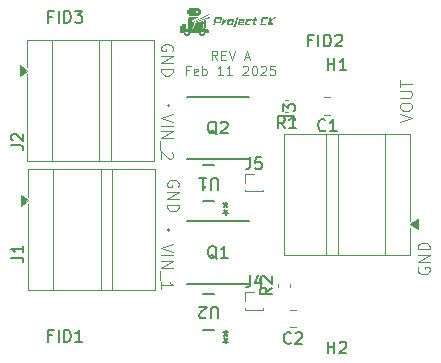
<source format=gbr>
%TF.GenerationSoftware,KiCad,Pcbnew,9.0.6*%
%TF.CreationDate,2026-02-11T21:56:19+01:00*%
%TF.ProjectId,High Side OR ing,48696768-2053-4696-9465-204f5220696e,A*%
%TF.SameCoordinates,Original*%
%TF.FileFunction,Legend,Top*%
%TF.FilePolarity,Positive*%
%FSLAX46Y46*%
G04 Gerber Fmt 4.6, Leading zero omitted, Abs format (unit mm)*
G04 Created by KiCad (PCBNEW 9.0.6) date 2026-02-11 21:56:19*
%MOMM*%
%LPD*%
G01*
G04 APERTURE LIST*
%ADD10C,0.100000*%
%ADD11C,0.150000*%
%ADD12C,0.120000*%
%ADD13C,0.152400*%
%ADD14C,0.000000*%
G04 APERTURE END LIST*
D10*
X188079961Y-71827693D02*
X188127580Y-71732455D01*
X188127580Y-71732455D02*
X188127580Y-71589598D01*
X188127580Y-71589598D02*
X188079961Y-71446741D01*
X188079961Y-71446741D02*
X187984723Y-71351503D01*
X187984723Y-71351503D02*
X187889485Y-71303884D01*
X187889485Y-71303884D02*
X187699009Y-71256265D01*
X187699009Y-71256265D02*
X187556152Y-71256265D01*
X187556152Y-71256265D02*
X187365676Y-71303884D01*
X187365676Y-71303884D02*
X187270438Y-71351503D01*
X187270438Y-71351503D02*
X187175200Y-71446741D01*
X187175200Y-71446741D02*
X187127580Y-71589598D01*
X187127580Y-71589598D02*
X187127580Y-71684836D01*
X187127580Y-71684836D02*
X187175200Y-71827693D01*
X187175200Y-71827693D02*
X187222819Y-71875312D01*
X187222819Y-71875312D02*
X187556152Y-71875312D01*
X187556152Y-71875312D02*
X187556152Y-71684836D01*
X187127580Y-72303884D02*
X188127580Y-72303884D01*
X188127580Y-72303884D02*
X187127580Y-72875312D01*
X187127580Y-72875312D02*
X188127580Y-72875312D01*
X187127580Y-73351503D02*
X188127580Y-73351503D01*
X188127580Y-73351503D02*
X188127580Y-73589598D01*
X188127580Y-73589598D02*
X188079961Y-73732455D01*
X188079961Y-73732455D02*
X187984723Y-73827693D01*
X187984723Y-73827693D02*
X187889485Y-73875312D01*
X187889485Y-73875312D02*
X187699009Y-73922931D01*
X187699009Y-73922931D02*
X187556152Y-73922931D01*
X187556152Y-73922931D02*
X187365676Y-73875312D01*
X187365676Y-73875312D02*
X187270438Y-73827693D01*
X187270438Y-73827693D02*
X187175200Y-73732455D01*
X187175200Y-73732455D02*
X187127580Y-73589598D01*
X187127580Y-73589598D02*
X187127580Y-73351503D01*
X207372419Y-77838972D02*
X208372419Y-77505639D01*
X208372419Y-77505639D02*
X207372419Y-77172306D01*
X207372419Y-76648496D02*
X207372419Y-76458020D01*
X207372419Y-76458020D02*
X207420038Y-76362782D01*
X207420038Y-76362782D02*
X207515276Y-76267544D01*
X207515276Y-76267544D02*
X207705752Y-76219925D01*
X207705752Y-76219925D02*
X208039085Y-76219925D01*
X208039085Y-76219925D02*
X208229561Y-76267544D01*
X208229561Y-76267544D02*
X208324800Y-76362782D01*
X208324800Y-76362782D02*
X208372419Y-76458020D01*
X208372419Y-76458020D02*
X208372419Y-76648496D01*
X208372419Y-76648496D02*
X208324800Y-76743734D01*
X208324800Y-76743734D02*
X208229561Y-76838972D01*
X208229561Y-76838972D02*
X208039085Y-76886591D01*
X208039085Y-76886591D02*
X207705752Y-76886591D01*
X207705752Y-76886591D02*
X207515276Y-76838972D01*
X207515276Y-76838972D02*
X207420038Y-76743734D01*
X207420038Y-76743734D02*
X207372419Y-76648496D01*
X207372419Y-75791353D02*
X208181942Y-75791353D01*
X208181942Y-75791353D02*
X208277180Y-75743734D01*
X208277180Y-75743734D02*
X208324800Y-75696115D01*
X208324800Y-75696115D02*
X208372419Y-75600877D01*
X208372419Y-75600877D02*
X208372419Y-75410401D01*
X208372419Y-75410401D02*
X208324800Y-75315163D01*
X208324800Y-75315163D02*
X208277180Y-75267544D01*
X208277180Y-75267544D02*
X208181942Y-75219925D01*
X208181942Y-75219925D02*
X207372419Y-75219925D01*
X207372419Y-74886591D02*
X207372419Y-74315163D01*
X208372419Y-74600877D02*
X207372419Y-74600877D01*
X188127580Y-77161027D02*
X187127580Y-77494360D01*
X187127580Y-77494360D02*
X188127580Y-77827693D01*
X187127580Y-78161027D02*
X188127580Y-78161027D01*
X187127580Y-78637217D02*
X188127580Y-78637217D01*
X188127580Y-78637217D02*
X187127580Y-79208645D01*
X187127580Y-79208645D02*
X188127580Y-79208645D01*
X187032342Y-79446741D02*
X187032342Y-80208645D01*
X188032342Y-80399122D02*
X188079961Y-80446741D01*
X188079961Y-80446741D02*
X188127580Y-80541979D01*
X188127580Y-80541979D02*
X188127580Y-80780074D01*
X188127580Y-80780074D02*
X188079961Y-80875312D01*
X188079961Y-80875312D02*
X188032342Y-80922931D01*
X188032342Y-80922931D02*
X187937104Y-80970550D01*
X187937104Y-80970550D02*
X187841866Y-80970550D01*
X187841866Y-80970550D02*
X187699009Y-80922931D01*
X187699009Y-80922931D02*
X187127580Y-80351503D01*
X187127580Y-80351503D02*
X187127580Y-80970550D01*
X188127580Y-88161027D02*
X187127580Y-88494360D01*
X187127580Y-88494360D02*
X188127580Y-88827693D01*
X187127580Y-89161027D02*
X188127580Y-89161027D01*
X187127580Y-89637217D02*
X188127580Y-89637217D01*
X188127580Y-89637217D02*
X187127580Y-90208645D01*
X187127580Y-90208645D02*
X188127580Y-90208645D01*
X187032342Y-90446741D02*
X187032342Y-91208645D01*
X187127580Y-91970550D02*
X187127580Y-91399122D01*
X187127580Y-91684836D02*
X188127580Y-91684836D01*
X188127580Y-91684836D02*
X187984723Y-91589598D01*
X187984723Y-91589598D02*
X187889485Y-91494360D01*
X187889485Y-91494360D02*
X187841866Y-91399122D01*
X208920038Y-90172306D02*
X208872419Y-90267544D01*
X208872419Y-90267544D02*
X208872419Y-90410401D01*
X208872419Y-90410401D02*
X208920038Y-90553258D01*
X208920038Y-90553258D02*
X209015276Y-90648496D01*
X209015276Y-90648496D02*
X209110514Y-90696115D01*
X209110514Y-90696115D02*
X209300990Y-90743734D01*
X209300990Y-90743734D02*
X209443847Y-90743734D01*
X209443847Y-90743734D02*
X209634323Y-90696115D01*
X209634323Y-90696115D02*
X209729561Y-90648496D01*
X209729561Y-90648496D02*
X209824800Y-90553258D01*
X209824800Y-90553258D02*
X209872419Y-90410401D01*
X209872419Y-90410401D02*
X209872419Y-90315163D01*
X209872419Y-90315163D02*
X209824800Y-90172306D01*
X209824800Y-90172306D02*
X209777180Y-90124687D01*
X209777180Y-90124687D02*
X209443847Y-90124687D01*
X209443847Y-90124687D02*
X209443847Y-90315163D01*
X209872419Y-89696115D02*
X208872419Y-89696115D01*
X208872419Y-89696115D02*
X209872419Y-89124687D01*
X209872419Y-89124687D02*
X208872419Y-89124687D01*
X209872419Y-88648496D02*
X208872419Y-88648496D01*
X208872419Y-88648496D02*
X208872419Y-88410401D01*
X208872419Y-88410401D02*
X208920038Y-88267544D01*
X208920038Y-88267544D02*
X209015276Y-88172306D01*
X209015276Y-88172306D02*
X209110514Y-88124687D01*
X209110514Y-88124687D02*
X209300990Y-88077068D01*
X209300990Y-88077068D02*
X209443847Y-88077068D01*
X209443847Y-88077068D02*
X209634323Y-88124687D01*
X209634323Y-88124687D02*
X209729561Y-88172306D01*
X209729561Y-88172306D02*
X209824800Y-88267544D01*
X209824800Y-88267544D02*
X209872419Y-88410401D01*
X209872419Y-88410401D02*
X209872419Y-88648496D01*
X188579961Y-83327693D02*
X188627580Y-83232455D01*
X188627580Y-83232455D02*
X188627580Y-83089598D01*
X188627580Y-83089598D02*
X188579961Y-82946741D01*
X188579961Y-82946741D02*
X188484723Y-82851503D01*
X188484723Y-82851503D02*
X188389485Y-82803884D01*
X188389485Y-82803884D02*
X188199009Y-82756265D01*
X188199009Y-82756265D02*
X188056152Y-82756265D01*
X188056152Y-82756265D02*
X187865676Y-82803884D01*
X187865676Y-82803884D02*
X187770438Y-82851503D01*
X187770438Y-82851503D02*
X187675200Y-82946741D01*
X187675200Y-82946741D02*
X187627580Y-83089598D01*
X187627580Y-83089598D02*
X187627580Y-83184836D01*
X187627580Y-83184836D02*
X187675200Y-83327693D01*
X187675200Y-83327693D02*
X187722819Y-83375312D01*
X187722819Y-83375312D02*
X188056152Y-83375312D01*
X188056152Y-83375312D02*
X188056152Y-83184836D01*
X187627580Y-83803884D02*
X188627580Y-83803884D01*
X188627580Y-83803884D02*
X187627580Y-84375312D01*
X187627580Y-84375312D02*
X188627580Y-84375312D01*
X187627580Y-84851503D02*
X188627580Y-84851503D01*
X188627580Y-84851503D02*
X188627580Y-85089598D01*
X188627580Y-85089598D02*
X188579961Y-85232455D01*
X188579961Y-85232455D02*
X188484723Y-85327693D01*
X188484723Y-85327693D02*
X188389485Y-85375312D01*
X188389485Y-85375312D02*
X188199009Y-85422931D01*
X188199009Y-85422931D02*
X188056152Y-85422931D01*
X188056152Y-85422931D02*
X187865676Y-85375312D01*
X187865676Y-85375312D02*
X187770438Y-85327693D01*
X187770438Y-85327693D02*
X187675200Y-85232455D01*
X187675200Y-85232455D02*
X187627580Y-85089598D01*
X187627580Y-85089598D02*
X187627580Y-84851503D01*
X191895238Y-72608940D02*
X191628571Y-72227987D01*
X191438095Y-72608940D02*
X191438095Y-71808940D01*
X191438095Y-71808940D02*
X191742857Y-71808940D01*
X191742857Y-71808940D02*
X191819047Y-71847035D01*
X191819047Y-71847035D02*
X191857142Y-71885130D01*
X191857142Y-71885130D02*
X191895238Y-71961321D01*
X191895238Y-71961321D02*
X191895238Y-72075606D01*
X191895238Y-72075606D02*
X191857142Y-72151797D01*
X191857142Y-72151797D02*
X191819047Y-72189892D01*
X191819047Y-72189892D02*
X191742857Y-72227987D01*
X191742857Y-72227987D02*
X191438095Y-72227987D01*
X192238095Y-72189892D02*
X192504761Y-72189892D01*
X192619047Y-72608940D02*
X192238095Y-72608940D01*
X192238095Y-72608940D02*
X192238095Y-71808940D01*
X192238095Y-71808940D02*
X192619047Y-71808940D01*
X192847619Y-71808940D02*
X193114286Y-72608940D01*
X193114286Y-72608940D02*
X193380952Y-71808940D01*
X194219047Y-72380368D02*
X194600000Y-72380368D01*
X194142857Y-72608940D02*
X194409524Y-71808940D01*
X194409524Y-71808940D02*
X194676190Y-72608940D01*
X189514284Y-73477847D02*
X189247618Y-73477847D01*
X189247618Y-73896895D02*
X189247618Y-73096895D01*
X189247618Y-73096895D02*
X189628570Y-73096895D01*
X190238094Y-73858800D02*
X190161903Y-73896895D01*
X190161903Y-73896895D02*
X190009522Y-73896895D01*
X190009522Y-73896895D02*
X189933332Y-73858800D01*
X189933332Y-73858800D02*
X189895236Y-73782609D01*
X189895236Y-73782609D02*
X189895236Y-73477847D01*
X189895236Y-73477847D02*
X189933332Y-73401657D01*
X189933332Y-73401657D02*
X190009522Y-73363561D01*
X190009522Y-73363561D02*
X190161903Y-73363561D01*
X190161903Y-73363561D02*
X190238094Y-73401657D01*
X190238094Y-73401657D02*
X190276189Y-73477847D01*
X190276189Y-73477847D02*
X190276189Y-73554038D01*
X190276189Y-73554038D02*
X189895236Y-73630228D01*
X190619046Y-73896895D02*
X190619046Y-73096895D01*
X190619046Y-73401657D02*
X190695236Y-73363561D01*
X190695236Y-73363561D02*
X190847617Y-73363561D01*
X190847617Y-73363561D02*
X190923808Y-73401657D01*
X190923808Y-73401657D02*
X190961903Y-73439752D01*
X190961903Y-73439752D02*
X190999998Y-73515942D01*
X190999998Y-73515942D02*
X190999998Y-73744514D01*
X190999998Y-73744514D02*
X190961903Y-73820704D01*
X190961903Y-73820704D02*
X190923808Y-73858800D01*
X190923808Y-73858800D02*
X190847617Y-73896895D01*
X190847617Y-73896895D02*
X190695236Y-73896895D01*
X190695236Y-73896895D02*
X190619046Y-73858800D01*
X192371427Y-73896895D02*
X191914284Y-73896895D01*
X192142856Y-73896895D02*
X192142856Y-73096895D01*
X192142856Y-73096895D02*
X192066665Y-73211180D01*
X192066665Y-73211180D02*
X191990475Y-73287371D01*
X191990475Y-73287371D02*
X191914284Y-73325466D01*
X193133332Y-73896895D02*
X192676189Y-73896895D01*
X192904761Y-73896895D02*
X192904761Y-73096895D01*
X192904761Y-73096895D02*
X192828570Y-73211180D01*
X192828570Y-73211180D02*
X192752380Y-73287371D01*
X192752380Y-73287371D02*
X192676189Y-73325466D01*
X194047618Y-73173085D02*
X194085714Y-73134990D01*
X194085714Y-73134990D02*
X194161904Y-73096895D01*
X194161904Y-73096895D02*
X194352380Y-73096895D01*
X194352380Y-73096895D02*
X194428571Y-73134990D01*
X194428571Y-73134990D02*
X194466666Y-73173085D01*
X194466666Y-73173085D02*
X194504761Y-73249276D01*
X194504761Y-73249276D02*
X194504761Y-73325466D01*
X194504761Y-73325466D02*
X194466666Y-73439752D01*
X194466666Y-73439752D02*
X194009523Y-73896895D01*
X194009523Y-73896895D02*
X194504761Y-73896895D01*
X195000000Y-73096895D02*
X195076190Y-73096895D01*
X195076190Y-73096895D02*
X195152381Y-73134990D01*
X195152381Y-73134990D02*
X195190476Y-73173085D01*
X195190476Y-73173085D02*
X195228571Y-73249276D01*
X195228571Y-73249276D02*
X195266666Y-73401657D01*
X195266666Y-73401657D02*
X195266666Y-73592133D01*
X195266666Y-73592133D02*
X195228571Y-73744514D01*
X195228571Y-73744514D02*
X195190476Y-73820704D01*
X195190476Y-73820704D02*
X195152381Y-73858800D01*
X195152381Y-73858800D02*
X195076190Y-73896895D01*
X195076190Y-73896895D02*
X195000000Y-73896895D01*
X195000000Y-73896895D02*
X194923809Y-73858800D01*
X194923809Y-73858800D02*
X194885714Y-73820704D01*
X194885714Y-73820704D02*
X194847619Y-73744514D01*
X194847619Y-73744514D02*
X194809523Y-73592133D01*
X194809523Y-73592133D02*
X194809523Y-73401657D01*
X194809523Y-73401657D02*
X194847619Y-73249276D01*
X194847619Y-73249276D02*
X194885714Y-73173085D01*
X194885714Y-73173085D02*
X194923809Y-73134990D01*
X194923809Y-73134990D02*
X195000000Y-73096895D01*
X195571428Y-73173085D02*
X195609524Y-73134990D01*
X195609524Y-73134990D02*
X195685714Y-73096895D01*
X195685714Y-73096895D02*
X195876190Y-73096895D01*
X195876190Y-73096895D02*
X195952381Y-73134990D01*
X195952381Y-73134990D02*
X195990476Y-73173085D01*
X195990476Y-73173085D02*
X196028571Y-73249276D01*
X196028571Y-73249276D02*
X196028571Y-73325466D01*
X196028571Y-73325466D02*
X195990476Y-73439752D01*
X195990476Y-73439752D02*
X195533333Y-73896895D01*
X195533333Y-73896895D02*
X196028571Y-73896895D01*
X196752381Y-73096895D02*
X196371429Y-73096895D01*
X196371429Y-73096895D02*
X196333333Y-73477847D01*
X196333333Y-73477847D02*
X196371429Y-73439752D01*
X196371429Y-73439752D02*
X196447619Y-73401657D01*
X196447619Y-73401657D02*
X196638095Y-73401657D01*
X196638095Y-73401657D02*
X196714286Y-73439752D01*
X196714286Y-73439752D02*
X196752381Y-73477847D01*
X196752381Y-73477847D02*
X196790476Y-73554038D01*
X196790476Y-73554038D02*
X196790476Y-73744514D01*
X196790476Y-73744514D02*
X196752381Y-73820704D01*
X196752381Y-73820704D02*
X196714286Y-73858800D01*
X196714286Y-73858800D02*
X196638095Y-73896895D01*
X196638095Y-73896895D02*
X196447619Y-73896895D01*
X196447619Y-73896895D02*
X196371429Y-73858800D01*
X196371429Y-73858800D02*
X196333333Y-73820704D01*
D11*
X194666666Y-80844819D02*
X194666666Y-81559104D01*
X194666666Y-81559104D02*
X194619047Y-81701961D01*
X194619047Y-81701961D02*
X194523809Y-81797200D01*
X194523809Y-81797200D02*
X194380952Y-81844819D01*
X194380952Y-81844819D02*
X194285714Y-81844819D01*
X195619047Y-80844819D02*
X195142857Y-80844819D01*
X195142857Y-80844819D02*
X195095238Y-81321009D01*
X195095238Y-81321009D02*
X195142857Y-81273390D01*
X195142857Y-81273390D02*
X195238095Y-81225771D01*
X195238095Y-81225771D02*
X195476190Y-81225771D01*
X195476190Y-81225771D02*
X195571428Y-81273390D01*
X195571428Y-81273390D02*
X195619047Y-81321009D01*
X195619047Y-81321009D02*
X195666666Y-81416247D01*
X195666666Y-81416247D02*
X195666666Y-81654342D01*
X195666666Y-81654342D02*
X195619047Y-81749580D01*
X195619047Y-81749580D02*
X195571428Y-81797200D01*
X195571428Y-81797200D02*
X195476190Y-81844819D01*
X195476190Y-81844819D02*
X195238095Y-81844819D01*
X195238095Y-81844819D02*
X195142857Y-81797200D01*
X195142857Y-81797200D02*
X195095238Y-81749580D01*
X196524819Y-91891666D02*
X196048628Y-92224999D01*
X196524819Y-92463094D02*
X195524819Y-92463094D01*
X195524819Y-92463094D02*
X195524819Y-92082142D01*
X195524819Y-92082142D02*
X195572438Y-91986904D01*
X195572438Y-91986904D02*
X195620057Y-91939285D01*
X195620057Y-91939285D02*
X195715295Y-91891666D01*
X195715295Y-91891666D02*
X195858152Y-91891666D01*
X195858152Y-91891666D02*
X195953390Y-91939285D01*
X195953390Y-91939285D02*
X196001009Y-91986904D01*
X196001009Y-91986904D02*
X196048628Y-92082142D01*
X196048628Y-92082142D02*
X196048628Y-92463094D01*
X195620057Y-91510713D02*
X195572438Y-91463094D01*
X195572438Y-91463094D02*
X195524819Y-91367856D01*
X195524819Y-91367856D02*
X195524819Y-91129761D01*
X195524819Y-91129761D02*
X195572438Y-91034523D01*
X195572438Y-91034523D02*
X195620057Y-90986904D01*
X195620057Y-90986904D02*
X195715295Y-90939285D01*
X195715295Y-90939285D02*
X195810533Y-90939285D01*
X195810533Y-90939285D02*
X195953390Y-90986904D01*
X195953390Y-90986904D02*
X196524819Y-91558332D01*
X196524819Y-91558332D02*
X196524819Y-90939285D01*
X199928571Y-70931009D02*
X199595238Y-70931009D01*
X199595238Y-71454819D02*
X199595238Y-70454819D01*
X199595238Y-70454819D02*
X200071428Y-70454819D01*
X200452381Y-71454819D02*
X200452381Y-70454819D01*
X200928571Y-71454819D02*
X200928571Y-70454819D01*
X200928571Y-70454819D02*
X201166666Y-70454819D01*
X201166666Y-70454819D02*
X201309523Y-70502438D01*
X201309523Y-70502438D02*
X201404761Y-70597676D01*
X201404761Y-70597676D02*
X201452380Y-70692914D01*
X201452380Y-70692914D02*
X201499999Y-70883390D01*
X201499999Y-70883390D02*
X201499999Y-71026247D01*
X201499999Y-71026247D02*
X201452380Y-71216723D01*
X201452380Y-71216723D02*
X201404761Y-71311961D01*
X201404761Y-71311961D02*
X201309523Y-71407200D01*
X201309523Y-71407200D02*
X201166666Y-71454819D01*
X201166666Y-71454819D02*
X200928571Y-71454819D01*
X201880952Y-70550057D02*
X201928571Y-70502438D01*
X201928571Y-70502438D02*
X202023809Y-70454819D01*
X202023809Y-70454819D02*
X202261904Y-70454819D01*
X202261904Y-70454819D02*
X202357142Y-70502438D01*
X202357142Y-70502438D02*
X202404761Y-70550057D01*
X202404761Y-70550057D02*
X202452380Y-70645295D01*
X202452380Y-70645295D02*
X202452380Y-70740533D01*
X202452380Y-70740533D02*
X202404761Y-70883390D01*
X202404761Y-70883390D02*
X201833333Y-71454819D01*
X201833333Y-71454819D02*
X202452380Y-71454819D01*
X174454819Y-89333333D02*
X175169104Y-89333333D01*
X175169104Y-89333333D02*
X175311961Y-89380952D01*
X175311961Y-89380952D02*
X175407200Y-89476190D01*
X175407200Y-89476190D02*
X175454819Y-89619047D01*
X175454819Y-89619047D02*
X175454819Y-89714285D01*
X175454819Y-88333333D02*
X175454819Y-88904761D01*
X175454819Y-88619047D02*
X174454819Y-88619047D01*
X174454819Y-88619047D02*
X174597676Y-88714285D01*
X174597676Y-88714285D02*
X174692914Y-88809523D01*
X174692914Y-88809523D02*
X174740533Y-88904761D01*
X174454819Y-79833333D02*
X175169104Y-79833333D01*
X175169104Y-79833333D02*
X175311961Y-79880952D01*
X175311961Y-79880952D02*
X175407200Y-79976190D01*
X175407200Y-79976190D02*
X175454819Y-80119047D01*
X175454819Y-80119047D02*
X175454819Y-80214285D01*
X174550057Y-79404761D02*
X174502438Y-79357142D01*
X174502438Y-79357142D02*
X174454819Y-79261904D01*
X174454819Y-79261904D02*
X174454819Y-79023809D01*
X174454819Y-79023809D02*
X174502438Y-78928571D01*
X174502438Y-78928571D02*
X174550057Y-78880952D01*
X174550057Y-78880952D02*
X174645295Y-78833333D01*
X174645295Y-78833333D02*
X174740533Y-78833333D01*
X174740533Y-78833333D02*
X174883390Y-78880952D01*
X174883390Y-78880952D02*
X175454819Y-79452380D01*
X175454819Y-79452380D02*
X175454819Y-78833333D01*
X177928571Y-68931009D02*
X177595238Y-68931009D01*
X177595238Y-69454819D02*
X177595238Y-68454819D01*
X177595238Y-68454819D02*
X178071428Y-68454819D01*
X178452381Y-69454819D02*
X178452381Y-68454819D01*
X178928571Y-69454819D02*
X178928571Y-68454819D01*
X178928571Y-68454819D02*
X179166666Y-68454819D01*
X179166666Y-68454819D02*
X179309523Y-68502438D01*
X179309523Y-68502438D02*
X179404761Y-68597676D01*
X179404761Y-68597676D02*
X179452380Y-68692914D01*
X179452380Y-68692914D02*
X179499999Y-68883390D01*
X179499999Y-68883390D02*
X179499999Y-69026247D01*
X179499999Y-69026247D02*
X179452380Y-69216723D01*
X179452380Y-69216723D02*
X179404761Y-69311961D01*
X179404761Y-69311961D02*
X179309523Y-69407200D01*
X179309523Y-69407200D02*
X179166666Y-69454819D01*
X179166666Y-69454819D02*
X178928571Y-69454819D01*
X179833333Y-68454819D02*
X180452380Y-68454819D01*
X180452380Y-68454819D02*
X180119047Y-68835771D01*
X180119047Y-68835771D02*
X180261904Y-68835771D01*
X180261904Y-68835771D02*
X180357142Y-68883390D01*
X180357142Y-68883390D02*
X180404761Y-68931009D01*
X180404761Y-68931009D02*
X180452380Y-69026247D01*
X180452380Y-69026247D02*
X180452380Y-69264342D01*
X180452380Y-69264342D02*
X180404761Y-69359580D01*
X180404761Y-69359580D02*
X180357142Y-69407200D01*
X180357142Y-69407200D02*
X180261904Y-69454819D01*
X180261904Y-69454819D02*
X179976190Y-69454819D01*
X179976190Y-69454819D02*
X179880952Y-69407200D01*
X179880952Y-69407200D02*
X179833333Y-69359580D01*
X201238095Y-97454819D02*
X201238095Y-96454819D01*
X201238095Y-96931009D02*
X201809523Y-96931009D01*
X201809523Y-97454819D02*
X201809523Y-96454819D01*
X202238095Y-96550057D02*
X202285714Y-96502438D01*
X202285714Y-96502438D02*
X202380952Y-96454819D01*
X202380952Y-96454819D02*
X202619047Y-96454819D01*
X202619047Y-96454819D02*
X202714285Y-96502438D01*
X202714285Y-96502438D02*
X202761904Y-96550057D01*
X202761904Y-96550057D02*
X202809523Y-96645295D01*
X202809523Y-96645295D02*
X202809523Y-96740533D01*
X202809523Y-96740533D02*
X202761904Y-96883390D01*
X202761904Y-96883390D02*
X202190476Y-97454819D01*
X202190476Y-97454819D02*
X202809523Y-97454819D01*
X191851161Y-89455057D02*
X191755923Y-89407438D01*
X191755923Y-89407438D02*
X191660685Y-89312200D01*
X191660685Y-89312200D02*
X191517828Y-89169342D01*
X191517828Y-89169342D02*
X191422590Y-89121723D01*
X191422590Y-89121723D02*
X191327352Y-89121723D01*
X191374971Y-89359819D02*
X191279733Y-89312200D01*
X191279733Y-89312200D02*
X191184495Y-89216961D01*
X191184495Y-89216961D02*
X191136876Y-89026485D01*
X191136876Y-89026485D02*
X191136876Y-88693152D01*
X191136876Y-88693152D02*
X191184495Y-88502676D01*
X191184495Y-88502676D02*
X191279733Y-88407438D01*
X191279733Y-88407438D02*
X191374971Y-88359819D01*
X191374971Y-88359819D02*
X191565447Y-88359819D01*
X191565447Y-88359819D02*
X191660685Y-88407438D01*
X191660685Y-88407438D02*
X191755923Y-88502676D01*
X191755923Y-88502676D02*
X191803542Y-88693152D01*
X191803542Y-88693152D02*
X191803542Y-89026485D01*
X191803542Y-89026485D02*
X191755923Y-89216961D01*
X191755923Y-89216961D02*
X191660685Y-89312200D01*
X191660685Y-89312200D02*
X191565447Y-89359819D01*
X191565447Y-89359819D02*
X191374971Y-89359819D01*
X192755923Y-89359819D02*
X192184495Y-89359819D01*
X192470209Y-89359819D02*
X192470209Y-88359819D01*
X192470209Y-88359819D02*
X192374971Y-88502676D01*
X192374971Y-88502676D02*
X192279733Y-88597914D01*
X192279733Y-88597914D02*
X192184495Y-88645533D01*
X198133333Y-96539580D02*
X198085714Y-96587200D01*
X198085714Y-96587200D02*
X197942857Y-96634819D01*
X197942857Y-96634819D02*
X197847619Y-96634819D01*
X197847619Y-96634819D02*
X197704762Y-96587200D01*
X197704762Y-96587200D02*
X197609524Y-96491961D01*
X197609524Y-96491961D02*
X197561905Y-96396723D01*
X197561905Y-96396723D02*
X197514286Y-96206247D01*
X197514286Y-96206247D02*
X197514286Y-96063390D01*
X197514286Y-96063390D02*
X197561905Y-95872914D01*
X197561905Y-95872914D02*
X197609524Y-95777676D01*
X197609524Y-95777676D02*
X197704762Y-95682438D01*
X197704762Y-95682438D02*
X197847619Y-95634819D01*
X197847619Y-95634819D02*
X197942857Y-95634819D01*
X197942857Y-95634819D02*
X198085714Y-95682438D01*
X198085714Y-95682438D02*
X198133333Y-95730057D01*
X198514286Y-95730057D02*
X198561905Y-95682438D01*
X198561905Y-95682438D02*
X198657143Y-95634819D01*
X198657143Y-95634819D02*
X198895238Y-95634819D01*
X198895238Y-95634819D02*
X198990476Y-95682438D01*
X198990476Y-95682438D02*
X199038095Y-95730057D01*
X199038095Y-95730057D02*
X199085714Y-95825295D01*
X199085714Y-95825295D02*
X199085714Y-95920533D01*
X199085714Y-95920533D02*
X199038095Y-96063390D01*
X199038095Y-96063390D02*
X198466667Y-96634819D01*
X198466667Y-96634819D02*
X199085714Y-96634819D01*
X194666666Y-90844819D02*
X194666666Y-91559104D01*
X194666666Y-91559104D02*
X194619047Y-91701961D01*
X194619047Y-91701961D02*
X194523809Y-91797200D01*
X194523809Y-91797200D02*
X194380952Y-91844819D01*
X194380952Y-91844819D02*
X194285714Y-91844819D01*
X195571428Y-91178152D02*
X195571428Y-91844819D01*
X195333333Y-90797200D02*
X195095238Y-91511485D01*
X195095238Y-91511485D02*
X195714285Y-91511485D01*
X191930304Y-94495181D02*
X191930304Y-93685658D01*
X191930304Y-93685658D02*
X191882685Y-93590420D01*
X191882685Y-93590420D02*
X191835066Y-93542801D01*
X191835066Y-93542801D02*
X191739828Y-93495181D01*
X191739828Y-93495181D02*
X191549352Y-93495181D01*
X191549352Y-93495181D02*
X191454114Y-93542801D01*
X191454114Y-93542801D02*
X191406495Y-93590420D01*
X191406495Y-93590420D02*
X191358876Y-93685658D01*
X191358876Y-93685658D02*
X191358876Y-94495181D01*
X190930304Y-94399943D02*
X190882685Y-94447562D01*
X190882685Y-94447562D02*
X190787447Y-94495181D01*
X190787447Y-94495181D02*
X190549352Y-94495181D01*
X190549352Y-94495181D02*
X190454114Y-94447562D01*
X190454114Y-94447562D02*
X190406495Y-94399943D01*
X190406495Y-94399943D02*
X190358876Y-94304705D01*
X190358876Y-94304705D02*
X190358876Y-94209467D01*
X190358876Y-94209467D02*
X190406495Y-94066610D01*
X190406495Y-94066610D02*
X190977923Y-93495181D01*
X190977923Y-93495181D02*
X190358876Y-93495181D01*
X192590799Y-96600881D02*
X192590799Y-96362786D01*
X192828894Y-96458024D02*
X192590799Y-96362786D01*
X192590799Y-96362786D02*
X192352704Y-96458024D01*
X192733656Y-96172310D02*
X192590799Y-96362786D01*
X192590799Y-96362786D02*
X192447942Y-96172310D01*
X192590800Y-95510520D02*
X192590800Y-95748615D01*
X192352705Y-95653377D02*
X192590800Y-95748615D01*
X192590800Y-95748615D02*
X192828895Y-95653377D01*
X192447943Y-95939091D02*
X192590800Y-95748615D01*
X192590800Y-95748615D02*
X192733657Y-95939091D01*
X201033333Y-78539580D02*
X200985714Y-78587200D01*
X200985714Y-78587200D02*
X200842857Y-78634819D01*
X200842857Y-78634819D02*
X200747619Y-78634819D01*
X200747619Y-78634819D02*
X200604762Y-78587200D01*
X200604762Y-78587200D02*
X200509524Y-78491961D01*
X200509524Y-78491961D02*
X200461905Y-78396723D01*
X200461905Y-78396723D02*
X200414286Y-78206247D01*
X200414286Y-78206247D02*
X200414286Y-78063390D01*
X200414286Y-78063390D02*
X200461905Y-77872914D01*
X200461905Y-77872914D02*
X200509524Y-77777676D01*
X200509524Y-77777676D02*
X200604762Y-77682438D01*
X200604762Y-77682438D02*
X200747619Y-77634819D01*
X200747619Y-77634819D02*
X200842857Y-77634819D01*
X200842857Y-77634819D02*
X200985714Y-77682438D01*
X200985714Y-77682438D02*
X201033333Y-77730057D01*
X201985714Y-78634819D02*
X201414286Y-78634819D01*
X201700000Y-78634819D02*
X201700000Y-77634819D01*
X201700000Y-77634819D02*
X201604762Y-77777676D01*
X201604762Y-77777676D02*
X201509524Y-77872914D01*
X201509524Y-77872914D02*
X201414286Y-77920533D01*
X177928571Y-95931009D02*
X177595238Y-95931009D01*
X177595238Y-96454819D02*
X177595238Y-95454819D01*
X177595238Y-95454819D02*
X178071428Y-95454819D01*
X178452381Y-96454819D02*
X178452381Y-95454819D01*
X178928571Y-96454819D02*
X178928571Y-95454819D01*
X178928571Y-95454819D02*
X179166666Y-95454819D01*
X179166666Y-95454819D02*
X179309523Y-95502438D01*
X179309523Y-95502438D02*
X179404761Y-95597676D01*
X179404761Y-95597676D02*
X179452380Y-95692914D01*
X179452380Y-95692914D02*
X179499999Y-95883390D01*
X179499999Y-95883390D02*
X179499999Y-96026247D01*
X179499999Y-96026247D02*
X179452380Y-96216723D01*
X179452380Y-96216723D02*
X179404761Y-96311961D01*
X179404761Y-96311961D02*
X179309523Y-96407200D01*
X179309523Y-96407200D02*
X179166666Y-96454819D01*
X179166666Y-96454819D02*
X178928571Y-96454819D01*
X180452380Y-96454819D02*
X179880952Y-96454819D01*
X180166666Y-96454819D02*
X180166666Y-95454819D01*
X180166666Y-95454819D02*
X180071428Y-95597676D01*
X180071428Y-95597676D02*
X179976190Y-95692914D01*
X179976190Y-95692914D02*
X179880952Y-95740533D01*
X197454819Y-77333333D02*
X198169104Y-77333333D01*
X198169104Y-77333333D02*
X198311961Y-77380952D01*
X198311961Y-77380952D02*
X198407200Y-77476190D01*
X198407200Y-77476190D02*
X198454819Y-77619047D01*
X198454819Y-77619047D02*
X198454819Y-77714285D01*
X197454819Y-76952380D02*
X197454819Y-76333333D01*
X197454819Y-76333333D02*
X197835771Y-76666666D01*
X197835771Y-76666666D02*
X197835771Y-76523809D01*
X197835771Y-76523809D02*
X197883390Y-76428571D01*
X197883390Y-76428571D02*
X197931009Y-76380952D01*
X197931009Y-76380952D02*
X198026247Y-76333333D01*
X198026247Y-76333333D02*
X198264342Y-76333333D01*
X198264342Y-76333333D02*
X198359580Y-76380952D01*
X198359580Y-76380952D02*
X198407200Y-76428571D01*
X198407200Y-76428571D02*
X198454819Y-76523809D01*
X198454819Y-76523809D02*
X198454819Y-76809523D01*
X198454819Y-76809523D02*
X198407200Y-76904761D01*
X198407200Y-76904761D02*
X198359580Y-76952380D01*
X201238095Y-73454819D02*
X201238095Y-72454819D01*
X201238095Y-72931009D02*
X201809523Y-72931009D01*
X201809523Y-73454819D02*
X201809523Y-72454819D01*
X202809523Y-73454819D02*
X202238095Y-73454819D01*
X202523809Y-73454819D02*
X202523809Y-72454819D01*
X202523809Y-72454819D02*
X202428571Y-72597676D01*
X202428571Y-72597676D02*
X202333333Y-72692914D01*
X202333333Y-72692914D02*
X202238095Y-72740533D01*
X197608333Y-78384819D02*
X197275000Y-77908628D01*
X197036905Y-78384819D02*
X197036905Y-77384819D01*
X197036905Y-77384819D02*
X197417857Y-77384819D01*
X197417857Y-77384819D02*
X197513095Y-77432438D01*
X197513095Y-77432438D02*
X197560714Y-77480057D01*
X197560714Y-77480057D02*
X197608333Y-77575295D01*
X197608333Y-77575295D02*
X197608333Y-77718152D01*
X197608333Y-77718152D02*
X197560714Y-77813390D01*
X197560714Y-77813390D02*
X197513095Y-77861009D01*
X197513095Y-77861009D02*
X197417857Y-77908628D01*
X197417857Y-77908628D02*
X197036905Y-77908628D01*
X198560714Y-78384819D02*
X197989286Y-78384819D01*
X198275000Y-78384819D02*
X198275000Y-77384819D01*
X198275000Y-77384819D02*
X198179762Y-77527676D01*
X198179762Y-77527676D02*
X198084524Y-77622914D01*
X198084524Y-77622914D02*
X197989286Y-77670533D01*
X191851161Y-78915057D02*
X191755923Y-78867438D01*
X191755923Y-78867438D02*
X191660685Y-78772200D01*
X191660685Y-78772200D02*
X191517828Y-78629342D01*
X191517828Y-78629342D02*
X191422590Y-78581723D01*
X191422590Y-78581723D02*
X191327352Y-78581723D01*
X191374971Y-78819819D02*
X191279733Y-78772200D01*
X191279733Y-78772200D02*
X191184495Y-78676961D01*
X191184495Y-78676961D02*
X191136876Y-78486485D01*
X191136876Y-78486485D02*
X191136876Y-78153152D01*
X191136876Y-78153152D02*
X191184495Y-77962676D01*
X191184495Y-77962676D02*
X191279733Y-77867438D01*
X191279733Y-77867438D02*
X191374971Y-77819819D01*
X191374971Y-77819819D02*
X191565447Y-77819819D01*
X191565447Y-77819819D02*
X191660685Y-77867438D01*
X191660685Y-77867438D02*
X191755923Y-77962676D01*
X191755923Y-77962676D02*
X191803542Y-78153152D01*
X191803542Y-78153152D02*
X191803542Y-78486485D01*
X191803542Y-78486485D02*
X191755923Y-78676961D01*
X191755923Y-78676961D02*
X191660685Y-78772200D01*
X191660685Y-78772200D02*
X191565447Y-78819819D01*
X191565447Y-78819819D02*
X191374971Y-78819819D01*
X192184495Y-77915057D02*
X192232114Y-77867438D01*
X192232114Y-77867438D02*
X192327352Y-77819819D01*
X192327352Y-77819819D02*
X192565447Y-77819819D01*
X192565447Y-77819819D02*
X192660685Y-77867438D01*
X192660685Y-77867438D02*
X192708304Y-77915057D01*
X192708304Y-77915057D02*
X192755923Y-78010295D01*
X192755923Y-78010295D02*
X192755923Y-78105533D01*
X192755923Y-78105533D02*
X192708304Y-78248390D01*
X192708304Y-78248390D02*
X192136876Y-78819819D01*
X192136876Y-78819819D02*
X192755923Y-78819819D01*
X191930304Y-83595179D02*
X191930304Y-82785656D01*
X191930304Y-82785656D02*
X191882685Y-82690418D01*
X191882685Y-82690418D02*
X191835066Y-82642799D01*
X191835066Y-82642799D02*
X191739828Y-82595179D01*
X191739828Y-82595179D02*
X191549352Y-82595179D01*
X191549352Y-82595179D02*
X191454114Y-82642799D01*
X191454114Y-82642799D02*
X191406495Y-82690418D01*
X191406495Y-82690418D02*
X191358876Y-82785656D01*
X191358876Y-82785656D02*
X191358876Y-83595179D01*
X190358876Y-82595179D02*
X190930304Y-82595179D01*
X190644590Y-82595179D02*
X190644590Y-83595179D01*
X190644590Y-83595179D02*
X190739828Y-83452322D01*
X190739828Y-83452322D02*
X190835066Y-83357084D01*
X190835066Y-83357084D02*
X190930304Y-83309465D01*
X192590799Y-85700879D02*
X192590799Y-85462784D01*
X192828894Y-85558022D02*
X192590799Y-85462784D01*
X192590799Y-85462784D02*
X192352704Y-85558022D01*
X192733656Y-85272308D02*
X192590799Y-85462784D01*
X192590799Y-85462784D02*
X192447942Y-85272308D01*
X192590800Y-84610518D02*
X192590800Y-84848613D01*
X192352705Y-84753375D02*
X192590800Y-84848613D01*
X192590800Y-84848613D02*
X192828895Y-84753375D01*
X192447943Y-85039089D02*
X192590800Y-84848613D01*
X192590800Y-84848613D02*
X192733657Y-85039089D01*
D12*
%TO.C,J5*%
X194255000Y-82265000D02*
X195000000Y-82265000D01*
X194255000Y-83000000D02*
X194255000Y-82265000D01*
X194255000Y-83735000D02*
X194255000Y-83610000D01*
X194255000Y-83735000D02*
X194314435Y-83735000D01*
X194255000Y-83735000D02*
X195745000Y-83735000D01*
X195685565Y-83735000D02*
X195745000Y-83735000D01*
X195745000Y-83735000D02*
X195745000Y-83610000D01*
%TO.C,R2*%
X196990000Y-91865580D02*
X196990000Y-91584420D01*
X198010000Y-91865580D02*
X198010000Y-91584420D01*
%TO.C,J1*%
X175880000Y-81880000D02*
X186620000Y-81880000D01*
X175880000Y-84200000D02*
X175880000Y-81880000D01*
X175880000Y-92120000D02*
X175880000Y-84800000D01*
X178000000Y-81880000D02*
X178000000Y-92120000D01*
X182000000Y-81880000D02*
X182000000Y-92120000D01*
X183000000Y-81880000D02*
X183000000Y-92120000D01*
X186620000Y-81880000D02*
X186620000Y-92120000D01*
X186620000Y-92120000D02*
X175880000Y-92120000D01*
X175880000Y-84500000D02*
X175270000Y-84940000D01*
X175270000Y-84060000D01*
X175880000Y-84500000D01*
G36*
X175880000Y-84500000D02*
G01*
X175270000Y-84940000D01*
X175270000Y-84060000D01*
X175880000Y-84500000D01*
G37*
%TO.C,J2*%
X175762500Y-70880000D02*
X186502500Y-70880000D01*
X175762500Y-73200000D02*
X175762500Y-70880000D01*
X175762500Y-81120000D02*
X175762500Y-73800000D01*
X177882500Y-70880000D02*
X177882500Y-81120000D01*
X181882500Y-70880000D02*
X181882500Y-81120000D01*
X182882500Y-70880000D02*
X182882500Y-81120000D01*
X186502500Y-70880000D02*
X186502500Y-81120000D01*
X186502500Y-81120000D02*
X175762500Y-81120000D01*
X175762500Y-73500000D02*
X175152500Y-73940000D01*
X175152500Y-73060000D01*
X175762500Y-73500000D01*
G36*
X175762500Y-73500000D02*
G01*
X175152500Y-73940000D01*
X175152500Y-73060000D01*
X175762500Y-73500000D01*
G37*
D13*
%TO.C,Q1*%
X189317500Y-91533900D02*
X194575300Y-91533900D01*
X194575300Y-86276100D02*
X189317500Y-86276100D01*
X187831600Y-87000000D02*
G75*
G02*
X187679200Y-87000000I-76200J0D01*
G01*
X187679200Y-87000000D02*
G75*
G02*
X187831600Y-87000000I76200J0D01*
G01*
D12*
%TO.C,C2*%
X198561252Y-93765000D02*
X198038748Y-93765000D01*
X198561252Y-95235000D02*
X198038748Y-95235000D01*
%TO.C,J4*%
X194255000Y-92265000D02*
X195000000Y-92265000D01*
X194255000Y-93000000D02*
X194255000Y-92265000D01*
X194255000Y-93735000D02*
X194255000Y-93610000D01*
X194255000Y-93735000D02*
X194314435Y-93735000D01*
X194255000Y-93735000D02*
X195745000Y-93735000D01*
X195685565Y-93735000D02*
X195745000Y-93735000D01*
X195745000Y-93735000D02*
X195745000Y-93610000D01*
D13*
%TO.C,U2*%
X190700794Y-95486701D02*
X191636006Y-95486701D01*
X191636006Y-92413301D02*
X190700794Y-92413301D01*
D12*
%TO.C,C1*%
X201461252Y-75765000D02*
X200938748Y-75765000D01*
X201461252Y-77235000D02*
X200938748Y-77235000D01*
%TO.C,J3*%
X197497500Y-78880000D02*
X208237500Y-78880000D01*
X197497500Y-89120000D02*
X197497500Y-78880000D01*
X201117500Y-89120000D02*
X201117500Y-78880000D01*
X202117500Y-89120000D02*
X202117500Y-78880000D01*
X206117500Y-89120000D02*
X206117500Y-78880000D01*
X208237500Y-78880000D02*
X208237500Y-86200000D01*
X208237500Y-86800000D02*
X208237500Y-89120000D01*
X208237500Y-89120000D02*
X197497500Y-89120000D01*
X208847500Y-86940000D02*
X208237500Y-86500000D01*
X208847500Y-86060000D01*
X208847500Y-86940000D01*
G36*
X208847500Y-86940000D02*
G01*
X208237500Y-86500000D01*
X208847500Y-86060000D01*
X208847500Y-86940000D01*
G37*
%TO.C,R1*%
X197915580Y-75990000D02*
X197634420Y-75990000D01*
X197915580Y-77010000D02*
X197634420Y-77010000D01*
D14*
%TO.C,G\u002A\u002A\u002A*%
G36*
X193659811Y-69014877D02*
G01*
X193658296Y-69019716D01*
X193655528Y-69028796D01*
X193651789Y-69041180D01*
X193647363Y-69055934D01*
X193642530Y-69072120D01*
X193642092Y-69073592D01*
X193637262Y-69089642D01*
X193632803Y-69104125D01*
X193628996Y-69116163D01*
X193626117Y-69124879D01*
X193624445Y-69129395D01*
X193624341Y-69129607D01*
X193623188Y-69131060D01*
X193621022Y-69132183D01*
X193617209Y-69133017D01*
X193611117Y-69133605D01*
X193602110Y-69133988D01*
X193589557Y-69134209D01*
X193572823Y-69134309D01*
X193553115Y-69134332D01*
X193534485Y-69134256D01*
X193517767Y-69134042D01*
X193503678Y-69133711D01*
X193492935Y-69133284D01*
X193486256Y-69132783D01*
X193484308Y-69132307D01*
X193485031Y-69129253D01*
X193487093Y-69121770D01*
X193490282Y-69110600D01*
X193494384Y-69096485D01*
X193499185Y-69080167D01*
X193502530Y-69068901D01*
X193520816Y-69007519D01*
X193591538Y-69007486D01*
X193662261Y-69007453D01*
X193659811Y-69014877D01*
G37*
G36*
X191180939Y-68702638D02*
G01*
X191184909Y-68709670D01*
X191189992Y-68719627D01*
X191195731Y-68731508D01*
X191201671Y-68744316D01*
X191207355Y-68757052D01*
X191212327Y-68768718D01*
X191216129Y-68778316D01*
X191218306Y-68784846D01*
X191218594Y-68787141D01*
X191215915Y-68789016D01*
X191209016Y-68792720D01*
X191198624Y-68797919D01*
X191185467Y-68804280D01*
X191170271Y-68811469D01*
X191153765Y-68819154D01*
X191136675Y-68827001D01*
X191119729Y-68834678D01*
X191103655Y-68841850D01*
X191089179Y-68848185D01*
X191077029Y-68853350D01*
X191067932Y-68857011D01*
X191062616Y-68858835D01*
X191061773Y-68858978D01*
X191057661Y-68856409D01*
X191052908Y-68849029D01*
X191050896Y-68844806D01*
X191046853Y-68835806D01*
X191041466Y-68823967D01*
X191035673Y-68811343D01*
X191033498Y-68806635D01*
X191028702Y-68795761D01*
X191024948Y-68786265D01*
X191022748Y-68779504D01*
X191022388Y-68777409D01*
X191023298Y-68775450D01*
X191026314Y-68772764D01*
X191031869Y-68769112D01*
X191040395Y-68764252D01*
X191052324Y-68757942D01*
X191068088Y-68749943D01*
X191088119Y-68740011D01*
X191098651Y-68734843D01*
X191120939Y-68724050D01*
X191140083Y-68715027D01*
X191155752Y-68707919D01*
X191167614Y-68702875D01*
X191175336Y-68700039D01*
X191178539Y-68699527D01*
X191180939Y-68702638D01*
G37*
G36*
X191259061Y-68957919D02*
G01*
X191263183Y-68960886D01*
X191265626Y-68965386D01*
X191269082Y-68973887D01*
X191273156Y-68985175D01*
X191277455Y-68998039D01*
X191281587Y-69011265D01*
X191285156Y-69023642D01*
X191287770Y-69033956D01*
X191288964Y-69040329D01*
X191290173Y-69050259D01*
X191270337Y-69056174D01*
X191236170Y-69066355D01*
X191206827Y-69075079D01*
X191181962Y-69082448D01*
X191161227Y-69088561D01*
X191144277Y-69093520D01*
X191130765Y-69097423D01*
X191120346Y-69100372D01*
X191112672Y-69102466D01*
X191107397Y-69103805D01*
X191104175Y-69104491D01*
X191102886Y-69104637D01*
X191099862Y-69103116D01*
X191096885Y-69098037D01*
X191093544Y-69088626D01*
X191092474Y-69085065D01*
X191088711Y-69072294D01*
X191084327Y-69057524D01*
X191080261Y-69043923D01*
X191080211Y-69043758D01*
X191077189Y-69033201D01*
X191074908Y-69024286D01*
X191073751Y-69018539D01*
X191073680Y-69017662D01*
X191074916Y-69015999D01*
X191078884Y-69013668D01*
X191085972Y-69010519D01*
X191096571Y-69006404D01*
X191111069Y-69001171D01*
X191129857Y-68994672D01*
X191153322Y-68986758D01*
X191159391Y-68984732D01*
X191180129Y-68977887D01*
X191199479Y-68971631D01*
X191216783Y-68966165D01*
X191231384Y-68961693D01*
X191242624Y-68958416D01*
X191249848Y-68956537D01*
X191252107Y-68956162D01*
X191259061Y-68957919D01*
G37*
G36*
X193566010Y-69164125D02*
G01*
X193584300Y-69164409D01*
X193598553Y-69164865D01*
X193608376Y-69165478D01*
X193613377Y-69166234D01*
X193613950Y-69166628D01*
X193613265Y-69169594D01*
X193611276Y-69177394D01*
X193608085Y-69189654D01*
X193603792Y-69205997D01*
X193598498Y-69226048D01*
X193592302Y-69249432D01*
X193585307Y-69275773D01*
X193577611Y-69304696D01*
X193569317Y-69335825D01*
X193560523Y-69368785D01*
X193551332Y-69403199D01*
X193541844Y-69438694D01*
X193532159Y-69474893D01*
X193522377Y-69511420D01*
X193512600Y-69547901D01*
X193502928Y-69583960D01*
X193493461Y-69619221D01*
X193484300Y-69653308D01*
X193475546Y-69685847D01*
X193467300Y-69716462D01*
X193459661Y-69744777D01*
X193452730Y-69770417D01*
X193446609Y-69793006D01*
X193441397Y-69812169D01*
X193437196Y-69827530D01*
X193434105Y-69838715D01*
X193432225Y-69845346D01*
X193431667Y-69847114D01*
X193428774Y-69847588D01*
X193421139Y-69848024D01*
X193409422Y-69848421D01*
X193394278Y-69848775D01*
X193376367Y-69849082D01*
X193356346Y-69849339D01*
X193334872Y-69849544D01*
X193312604Y-69849694D01*
X193290200Y-69849784D01*
X193268316Y-69849811D01*
X193247612Y-69849774D01*
X193228744Y-69849667D01*
X193212370Y-69849489D01*
X193199149Y-69849236D01*
X193189738Y-69848905D01*
X193184795Y-69848492D01*
X193184224Y-69848313D01*
X193184354Y-69845325D01*
X193185716Y-69838171D01*
X193188085Y-69827882D01*
X193191238Y-69815491D01*
X193191664Y-69813893D01*
X193195762Y-69798564D01*
X193200033Y-69782556D01*
X193203918Y-69767965D01*
X193206405Y-69758601D01*
X193212309Y-69736330D01*
X193266734Y-69736330D01*
X193321158Y-69736330D01*
X193396112Y-69456252D01*
X193406251Y-69418364D01*
X193416015Y-69381874D01*
X193425311Y-69347127D01*
X193434047Y-69314472D01*
X193442130Y-69284255D01*
X193449467Y-69256822D01*
X193455965Y-69232520D01*
X193461532Y-69211696D01*
X193466075Y-69194696D01*
X193469501Y-69181868D01*
X193471717Y-69173557D01*
X193472632Y-69170111D01*
X193472635Y-69170101D01*
X193474203Y-69164027D01*
X193544077Y-69164027D01*
X193566010Y-69164125D01*
G37*
G36*
X196198798Y-69020276D02*
G01*
X196196732Y-69027641D01*
X196193678Y-69038843D01*
X196190010Y-69052494D01*
X196186103Y-69067207D01*
X196185153Y-69070811D01*
X196181418Y-69084824D01*
X196177979Y-69097384D01*
X196175155Y-69107359D01*
X196173260Y-69113616D01*
X196172891Y-69114679D01*
X196170551Y-69120834D01*
X195982186Y-69120834D01*
X195793821Y-69120834D01*
X195736373Y-69334773D01*
X195727494Y-69367842D01*
X195718996Y-69399493D01*
X195710988Y-69429327D01*
X195703576Y-69456944D01*
X195696869Y-69481943D01*
X195690972Y-69503924D01*
X195685993Y-69522488D01*
X195682041Y-69537235D01*
X195679221Y-69547764D01*
X195677642Y-69553675D01*
X195677353Y-69554767D01*
X195675780Y-69560823D01*
X195864544Y-69561516D01*
X196053308Y-69562209D01*
X196039551Y-69613501D01*
X196035203Y-69629605D01*
X196031229Y-69644128D01*
X196027875Y-69656183D01*
X196025389Y-69664883D01*
X196024018Y-69669340D01*
X196023953Y-69669516D01*
X196023417Y-69670306D01*
X196022250Y-69671004D01*
X196020134Y-69671614D01*
X196016748Y-69672142D01*
X196011773Y-69672595D01*
X196004889Y-69672978D01*
X195995778Y-69673296D01*
X195984118Y-69673557D01*
X195969592Y-69673765D01*
X195951880Y-69673926D01*
X195930661Y-69674047D01*
X195905617Y-69674132D01*
X195876428Y-69674189D01*
X195842775Y-69674221D01*
X195804337Y-69674237D01*
X195764220Y-69674240D01*
X195719531Y-69674227D01*
X195679971Y-69674186D01*
X195645272Y-69674112D01*
X195615163Y-69674003D01*
X195589375Y-69673855D01*
X195567639Y-69673664D01*
X195549685Y-69673427D01*
X195535244Y-69673141D01*
X195524046Y-69672801D01*
X195515822Y-69672404D01*
X195510302Y-69671948D01*
X195507218Y-69671427D01*
X195506297Y-69670866D01*
X195506979Y-69667885D01*
X195508979Y-69660004D01*
X195512211Y-69647537D01*
X195516594Y-69630800D01*
X195522044Y-69610106D01*
X195528477Y-69585771D01*
X195535810Y-69558108D01*
X195543959Y-69527432D01*
X195552843Y-69494058D01*
X195562376Y-69458299D01*
X195572475Y-69420472D01*
X195583058Y-69380889D01*
X195594040Y-69339866D01*
X195594682Y-69337472D01*
X195683098Y-69007453D01*
X195942809Y-69007453D01*
X196202520Y-69007453D01*
X196198798Y-69020276D01*
G37*
G36*
X193180082Y-69164597D02*
G01*
X193211955Y-69164690D01*
X193239660Y-69164841D01*
X193262999Y-69165050D01*
X193281776Y-69165315D01*
X193295792Y-69165634D01*
X193304850Y-69166007D01*
X193308754Y-69166431D01*
X193308901Y-69166537D01*
X193308214Y-69169569D01*
X193306232Y-69177373D01*
X193303072Y-69189510D01*
X193298853Y-69205541D01*
X193293692Y-69225027D01*
X193287709Y-69247531D01*
X193281020Y-69272612D01*
X193273745Y-69299832D01*
X193266000Y-69328752D01*
X193257905Y-69358934D01*
X193249577Y-69389938D01*
X193241135Y-69421325D01*
X193232696Y-69452658D01*
X193224378Y-69483497D01*
X193216300Y-69513403D01*
X193208580Y-69541937D01*
X193201336Y-69568661D01*
X193194686Y-69593136D01*
X193188748Y-69614922D01*
X193183639Y-69633582D01*
X193179479Y-69648676D01*
X193176386Y-69659765D01*
X193174476Y-69666411D01*
X193173915Y-69668166D01*
X193171340Y-69674240D01*
X192925783Y-69674240D01*
X192889853Y-69674219D01*
X192855480Y-69674155D01*
X192823046Y-69674054D01*
X192792931Y-69673917D01*
X192765518Y-69673748D01*
X192741186Y-69673551D01*
X192720319Y-69673327D01*
X192703296Y-69673081D01*
X192690500Y-69672816D01*
X192682311Y-69672534D01*
X192679111Y-69672238D01*
X192679083Y-69672216D01*
X192679608Y-69669377D01*
X192681451Y-69661686D01*
X192684517Y-69649500D01*
X192688713Y-69633178D01*
X192693944Y-69613077D01*
X192700117Y-69589556D01*
X192707136Y-69562973D01*
X192707697Y-69560859D01*
X192848162Y-69560859D01*
X192955193Y-69560859D01*
X193062224Y-69560859D01*
X193099606Y-69422508D01*
X193106755Y-69396067D01*
X193113502Y-69371157D01*
X193119710Y-69348273D01*
X193125246Y-69327908D01*
X193129975Y-69310558D01*
X193133761Y-69296718D01*
X193136471Y-69286883D01*
X193137969Y-69281547D01*
X193138210Y-69280751D01*
X193137533Y-69279875D01*
X193134533Y-69279171D01*
X193128796Y-69278629D01*
X193119908Y-69278238D01*
X193107454Y-69277987D01*
X193091021Y-69277867D01*
X193070195Y-69277866D01*
X193044560Y-69277975D01*
X193032087Y-69278051D01*
X192924742Y-69278757D01*
X192886452Y-69419808D01*
X192848162Y-69560859D01*
X192707697Y-69560859D01*
X192714908Y-69533687D01*
X192723339Y-69502055D01*
X192732335Y-69468436D01*
X192741801Y-69433189D01*
X192745949Y-69417784D01*
X192813958Y-69165376D01*
X193061430Y-69164687D01*
X193104622Y-69164595D01*
X193144239Y-69164565D01*
X193180082Y-69164597D01*
G37*
G36*
X192492036Y-69170101D02*
G01*
X192490039Y-69176690D01*
X192487171Y-69186713D01*
X192483678Y-69199242D01*
X192479811Y-69213351D01*
X192475818Y-69228114D01*
X192471948Y-69242603D01*
X192468449Y-69255892D01*
X192465569Y-69267053D01*
X192463558Y-69275161D01*
X192462664Y-69279288D01*
X192462655Y-69279616D01*
X192464822Y-69278150D01*
X192470630Y-69273596D01*
X192479596Y-69266348D01*
X192491237Y-69256802D01*
X192505070Y-69245355D01*
X192520610Y-69232400D01*
X192532720Y-69222251D01*
X192602027Y-69164027D01*
X192678761Y-69164027D01*
X192698487Y-69164068D01*
X192716335Y-69164183D01*
X192731628Y-69164362D01*
X192743687Y-69164595D01*
X192751835Y-69164870D01*
X192755394Y-69165176D01*
X192755495Y-69165239D01*
X192753478Y-69167121D01*
X192747632Y-69172216D01*
X192738259Y-69180267D01*
X192725665Y-69191015D01*
X192710155Y-69204200D01*
X192692033Y-69219566D01*
X192671603Y-69236853D01*
X192649170Y-69255803D01*
X192625039Y-69276158D01*
X192599515Y-69297660D01*
X192584749Y-69310086D01*
X192414003Y-69453720D01*
X192386503Y-69553857D01*
X192380247Y-69576619D01*
X192374334Y-69598095D01*
X192368943Y-69617646D01*
X192364248Y-69634631D01*
X192360429Y-69648409D01*
X192357661Y-69658340D01*
X192356122Y-69663785D01*
X192356025Y-69664117D01*
X192353046Y-69674240D01*
X192285666Y-69674240D01*
X192264606Y-69674204D01*
X192248350Y-69674070D01*
X192236305Y-69673803D01*
X192227878Y-69673367D01*
X192222474Y-69672727D01*
X192219500Y-69671847D01*
X192218361Y-69670691D01*
X192218286Y-69670187D01*
X192218980Y-69667263D01*
X192220983Y-69659569D01*
X192224175Y-69647542D01*
X192228438Y-69631619D01*
X192233652Y-69612237D01*
X192239699Y-69589832D01*
X192246459Y-69564841D01*
X192253814Y-69537702D01*
X192261645Y-69508851D01*
X192269832Y-69478725D01*
X192278256Y-69447761D01*
X192286799Y-69416395D01*
X192295342Y-69385066D01*
X192303765Y-69354209D01*
X192311949Y-69324261D01*
X192319776Y-69295660D01*
X192327126Y-69268841D01*
X192333881Y-69244244D01*
X192339921Y-69222303D01*
X192345127Y-69203455D01*
X192349381Y-69188139D01*
X192352563Y-69176790D01*
X192354555Y-69169846D01*
X192354883Y-69168751D01*
X192355692Y-69167301D01*
X192357540Y-69166181D01*
X192361051Y-69165347D01*
X192366848Y-69164760D01*
X192375555Y-69164376D01*
X192387795Y-69164154D01*
X192404192Y-69164051D01*
X192425165Y-69164027D01*
X192494003Y-69164027D01*
X192492036Y-69170101D01*
G37*
G36*
X190929377Y-69229417D02*
G01*
X190931265Y-69231680D01*
X190933160Y-69236263D01*
X190935265Y-69243835D01*
X190937779Y-69255064D01*
X190940904Y-69270616D01*
X190942736Y-69280107D01*
X190945101Y-69292666D01*
X190946885Y-69303113D01*
X190948149Y-69312492D01*
X190948952Y-69321850D01*
X190949353Y-69332234D01*
X190949412Y-69344689D01*
X190949188Y-69360262D01*
X190948741Y-69379999D01*
X190948642Y-69384039D01*
X190947093Y-69426039D01*
X190944491Y-69471161D01*
X190940946Y-69518367D01*
X190936570Y-69566619D01*
X190931474Y-69614878D01*
X190925769Y-69662107D01*
X190919566Y-69707266D01*
X190912978Y-69749317D01*
X190906114Y-69787221D01*
X190904686Y-69794370D01*
X190900679Y-69812937D01*
X190895672Y-69834384D01*
X190890005Y-69857395D01*
X190884019Y-69880654D01*
X190878053Y-69902846D01*
X190872447Y-69922655D01*
X190867542Y-69938766D01*
X190866653Y-69941495D01*
X190859066Y-69964441D01*
X190781454Y-69965157D01*
X190761612Y-69965272D01*
X190743644Y-69965243D01*
X190728224Y-69965083D01*
X190716025Y-69964803D01*
X190707722Y-69964415D01*
X190703987Y-69963932D01*
X190703846Y-69963808D01*
X190704811Y-69960661D01*
X190707449Y-69953527D01*
X190711375Y-69943412D01*
X190716205Y-69931322D01*
X190717065Y-69929200D01*
X190729137Y-69897561D01*
X190739852Y-69865214D01*
X190749470Y-69831174D01*
X190758252Y-69794456D01*
X190766459Y-69754078D01*
X190772507Y-69720133D01*
X190780219Y-69670567D01*
X190786796Y-69620127D01*
X190792115Y-69570075D01*
X190796055Y-69521676D01*
X190798491Y-69476193D01*
X190799256Y-69445016D01*
X190799377Y-69428956D01*
X190799277Y-69417182D01*
X190798820Y-69408585D01*
X190797870Y-69402054D01*
X190796291Y-69396477D01*
X190793945Y-69390744D01*
X190792100Y-69386739D01*
X190784091Y-69372052D01*
X190774774Y-69360537D01*
X190762514Y-69350334D01*
X190756379Y-69346178D01*
X190750051Y-69341902D01*
X190745716Y-69338040D01*
X190742574Y-69333277D01*
X190739822Y-69326299D01*
X190736659Y-69315791D01*
X190735611Y-69312108D01*
X190732261Y-69299580D01*
X190730598Y-69291253D01*
X190730498Y-69286243D01*
X190731666Y-69283818D01*
X190734790Y-69282548D01*
X190742414Y-69280070D01*
X190753828Y-69276585D01*
X190768320Y-69272292D01*
X190785178Y-69267392D01*
X190803690Y-69262085D01*
X190823146Y-69256571D01*
X190842834Y-69251050D01*
X190862042Y-69245722D01*
X190880059Y-69240787D01*
X190896173Y-69236445D01*
X190909673Y-69232896D01*
X190919847Y-69230341D01*
X190925984Y-69228979D01*
X190927296Y-69228808D01*
X190929377Y-69229417D01*
G37*
G36*
X190991731Y-68794575D02*
G01*
X190995849Y-68801089D01*
X191001038Y-68810527D01*
X191006833Y-68821902D01*
X191012769Y-68834227D01*
X191018379Y-68846515D01*
X191023199Y-68857778D01*
X191026762Y-68867031D01*
X191028603Y-68873285D01*
X191028540Y-68875450D01*
X191025727Y-68876907D01*
X191018189Y-68880469D01*
X191006135Y-68886044D01*
X190989772Y-68893538D01*
X190969305Y-68902859D01*
X190944944Y-68913913D01*
X190916895Y-68926607D01*
X190885365Y-68940847D01*
X190850561Y-68956542D01*
X190812691Y-68973598D01*
X190771961Y-68991921D01*
X190728579Y-69011419D01*
X190682753Y-69031998D01*
X190634688Y-69053566D01*
X190584594Y-69076029D01*
X190532675Y-69099294D01*
X190479141Y-69123268D01*
X190424198Y-69147858D01*
X190368053Y-69172971D01*
X190310913Y-69198514D01*
X190252986Y-69224394D01*
X190194478Y-69250517D01*
X190135597Y-69276791D01*
X190109943Y-69288233D01*
X190076790Y-69303019D01*
X190044739Y-69317317D01*
X190014175Y-69330954D01*
X189985483Y-69343758D01*
X189959047Y-69355558D01*
X189935254Y-69366181D01*
X189914488Y-69375456D01*
X189897133Y-69383211D01*
X189883577Y-69389273D01*
X189874202Y-69393472D01*
X189869534Y-69395571D01*
X189857542Y-69400868D01*
X189849237Y-69404069D01*
X189843468Y-69405468D01*
X189839080Y-69405357D01*
X189835441Y-69404242D01*
X189828797Y-69398978D01*
X189824715Y-69390669D01*
X189823679Y-69381251D01*
X189826174Y-69372662D01*
X189827166Y-69371180D01*
X189830228Y-69369115D01*
X189837655Y-69364969D01*
X189848942Y-69358999D01*
X189863587Y-69351461D01*
X189881087Y-69342613D01*
X189900940Y-69332710D01*
X189922642Y-69322010D01*
X189941222Y-69312940D01*
X189955196Y-69306108D01*
X189973682Y-69297006D01*
X189996369Y-69285790D01*
X190022945Y-69272615D01*
X190053097Y-69257637D01*
X190086515Y-69241011D01*
X190122887Y-69222893D01*
X190161900Y-69203438D01*
X190203244Y-69182802D01*
X190246607Y-69161140D01*
X190291676Y-69138607D01*
X190338141Y-69115360D01*
X190385689Y-69091553D01*
X190434009Y-69067342D01*
X190482790Y-69042883D01*
X190518211Y-69025111D01*
X190565329Y-69001479D01*
X190611187Y-68978512D01*
X190655548Y-68956326D01*
X190698177Y-68935038D01*
X190738840Y-68914764D01*
X190777300Y-68895621D01*
X190813323Y-68877724D01*
X190846674Y-68861191D01*
X190877116Y-68846138D01*
X190904416Y-68832681D01*
X190928337Y-68820937D01*
X190948645Y-68811022D01*
X190965105Y-68803052D01*
X190977480Y-68797145D01*
X190985536Y-68793416D01*
X190989038Y-68791982D01*
X190989152Y-68791971D01*
X190991731Y-68794575D01*
G37*
G36*
X191973977Y-69007518D02*
G01*
X192246631Y-69007527D01*
X192264799Y-69036822D01*
X192271820Y-69048261D01*
X192277838Y-69058284D01*
X192282250Y-69065872D01*
X192284452Y-69070004D01*
X192284524Y-69070178D01*
X192284112Y-69073444D01*
X192282385Y-69081455D01*
X192279462Y-69093749D01*
X192275459Y-69109864D01*
X192270495Y-69129341D01*
X192264687Y-69151717D01*
X192258152Y-69176531D01*
X192251010Y-69203322D01*
X192243376Y-69231629D01*
X192242953Y-69233188D01*
X192235179Y-69261841D01*
X192227758Y-69289208D01*
X192220821Y-69314798D01*
X192214502Y-69338121D01*
X192208932Y-69358688D01*
X192204246Y-69376006D01*
X192200575Y-69389587D01*
X192198053Y-69398939D01*
X192196813Y-69403573D01*
X192196811Y-69403578D01*
X192195485Y-69407816D01*
X192193526Y-69411604D01*
X192190286Y-69415531D01*
X192185118Y-69420187D01*
X192177373Y-69426162D01*
X192166402Y-69434045D01*
X192153038Y-69443397D01*
X192112276Y-69471775D01*
X191915649Y-69471775D01*
X191719021Y-69471775D01*
X191715009Y-69485947D01*
X191713319Y-69492082D01*
X191710455Y-69502663D01*
X191706625Y-69516918D01*
X191702036Y-69534073D01*
X191696894Y-69553356D01*
X191691407Y-69573992D01*
X191689161Y-69582456D01*
X191683746Y-69602858D01*
X191678730Y-69621719D01*
X191674295Y-69638367D01*
X191670617Y-69652133D01*
X191667877Y-69662345D01*
X191666253Y-69668333D01*
X191665921Y-69669516D01*
X191665132Y-69670952D01*
X191663314Y-69672065D01*
X191659849Y-69672896D01*
X191654121Y-69673486D01*
X191645513Y-69673874D01*
X191633410Y-69674103D01*
X191617193Y-69674211D01*
X191596248Y-69674240D01*
X191594195Y-69674240D01*
X191523874Y-69674240D01*
X191525458Y-69668166D01*
X191526340Y-69664839D01*
X191528526Y-69656614D01*
X191531931Y-69643811D01*
X191536470Y-69626750D01*
X191542058Y-69605749D01*
X191548610Y-69581129D01*
X191556041Y-69553209D01*
X191564266Y-69522309D01*
X191573199Y-69488747D01*
X191582757Y-69452845D01*
X191592853Y-69414921D01*
X191603402Y-69375294D01*
X191607890Y-69358436D01*
X191749007Y-69358436D01*
X191910056Y-69357740D01*
X192071106Y-69357044D01*
X192093414Y-69273358D01*
X192099382Y-69250971D01*
X192105372Y-69228504D01*
X192111115Y-69206960D01*
X192116344Y-69187344D01*
X192120792Y-69170662D01*
X192124189Y-69157918D01*
X192124900Y-69155253D01*
X192134077Y-69120834D01*
X191973041Y-69120849D01*
X191812005Y-69120865D01*
X191790728Y-69201161D01*
X191784814Y-69223475D01*
X191778794Y-69246188D01*
X191772958Y-69268197D01*
X191767601Y-69288398D01*
X191763014Y-69305687D01*
X191759490Y-69318963D01*
X191759229Y-69319946D01*
X191749007Y-69358436D01*
X191607890Y-69358436D01*
X191614183Y-69334801D01*
X191701324Y-69007510D01*
X191973977Y-69007518D01*
G37*
G36*
X191039129Y-69028164D02*
G01*
X191042220Y-69033858D01*
X191046268Y-69043811D01*
X191051435Y-69058402D01*
X191054775Y-69068428D01*
X191059350Y-69082721D01*
X191063164Y-69095295D01*
X191065954Y-69105226D01*
X191067455Y-69111591D01*
X191067606Y-69113408D01*
X191064858Y-69114878D01*
X191057578Y-69117582D01*
X191046438Y-69121304D01*
X191032107Y-69125828D01*
X191015255Y-69130938D01*
X190996552Y-69136419D01*
X190993897Y-69137182D01*
X190936816Y-69153559D01*
X190884569Y-69168545D01*
X190836801Y-69182241D01*
X190793160Y-69194750D01*
X190753289Y-69206171D01*
X190716835Y-69216606D01*
X190683443Y-69226157D01*
X190652759Y-69234925D01*
X190624429Y-69243011D01*
X190598097Y-69250517D01*
X190573410Y-69257543D01*
X190550013Y-69264192D01*
X190527551Y-69270563D01*
X190505671Y-69276760D01*
X190489229Y-69281409D01*
X190458287Y-69290162D01*
X190423635Y-69299978D01*
X190386753Y-69310437D01*
X190349124Y-69321118D01*
X190312228Y-69331601D01*
X190277546Y-69341465D01*
X190246559Y-69350290D01*
X190246270Y-69350373D01*
X190219481Y-69358002D01*
X190192497Y-69365673D01*
X190166136Y-69373155D01*
X190141215Y-69380215D01*
X190118552Y-69386623D01*
X190098965Y-69392147D01*
X190083271Y-69396555D01*
X190076199Y-69398530D01*
X190060236Y-69402976D01*
X190040364Y-69408515D01*
X190017873Y-69414785D01*
X189994054Y-69421428D01*
X189970197Y-69428084D01*
X189949651Y-69433818D01*
X189929741Y-69439316D01*
X189911270Y-69444304D01*
X189894947Y-69448599D01*
X189881478Y-69452020D01*
X189871571Y-69454384D01*
X189865933Y-69455509D01*
X189865168Y-69455577D01*
X189858787Y-69453719D01*
X189852287Y-69449219D01*
X189852014Y-69448951D01*
X189846824Y-69440989D01*
X189845186Y-69432160D01*
X189847134Y-69424180D01*
X189851462Y-69419454D01*
X189855070Y-69417936D01*
X189863346Y-69414908D01*
X189875821Y-69410529D01*
X189892028Y-69404958D01*
X189911499Y-69398353D01*
X189933767Y-69390873D01*
X189958363Y-69382676D01*
X189984821Y-69373922D01*
X190011410Y-69365182D01*
X190031400Y-69358618D01*
X190056110Y-69350484D01*
X190085134Y-69340911D01*
X190118070Y-69330034D01*
X190154513Y-69317986D01*
X190194059Y-69304902D01*
X190236305Y-69290916D01*
X190280847Y-69276160D01*
X190327282Y-69260768D01*
X190375204Y-69244876D01*
X190424211Y-69228615D01*
X190473898Y-69212120D01*
X190523863Y-69195525D01*
X190573700Y-69178964D01*
X190598988Y-69170557D01*
X190645777Y-69155007D01*
X190691207Y-69139925D01*
X190735012Y-69125398D01*
X190776925Y-69111514D01*
X190816679Y-69098361D01*
X190854007Y-69086026D01*
X190888642Y-69074598D01*
X190920317Y-69064164D01*
X190948766Y-69054813D01*
X190973722Y-69046633D01*
X190994917Y-69039710D01*
X191012085Y-69034133D01*
X191024960Y-69029991D01*
X191033273Y-69027370D01*
X191036759Y-69026359D01*
X191036834Y-69026350D01*
X191039129Y-69028164D01*
G37*
G36*
X190126482Y-68959377D02*
G01*
X190165407Y-68959416D01*
X190201668Y-68959479D01*
X190234971Y-68959566D01*
X190265024Y-68959676D01*
X190291535Y-68959807D01*
X190314209Y-68959959D01*
X190332754Y-68960131D01*
X190346878Y-68960322D01*
X190356287Y-68960531D01*
X190360688Y-68960756D01*
X190360992Y-68960836D01*
X190358619Y-68962275D01*
X190351702Y-68965953D01*
X190340539Y-68971719D01*
X190325427Y-68979424D01*
X190306664Y-68988917D01*
X190284550Y-69000051D01*
X190259382Y-69012674D01*
X190231457Y-69026638D01*
X190201075Y-69041792D01*
X190168532Y-69057988D01*
X190134128Y-69075075D01*
X190098160Y-69092905D01*
X190074583Y-69104573D01*
X190029716Y-69126781D01*
X189989465Y-69146738D01*
X189953596Y-69164566D01*
X189921875Y-69180383D01*
X189894065Y-69194311D01*
X189869934Y-69206470D01*
X189849246Y-69216980D01*
X189831766Y-69225961D01*
X189817261Y-69233533D01*
X189805496Y-69239818D01*
X189796236Y-69244934D01*
X189789246Y-69249002D01*
X189784292Y-69252143D01*
X189781140Y-69254477D01*
X189779944Y-69255620D01*
X189774460Y-69263049D01*
X189768305Y-69273144D01*
X189763329Y-69282679D01*
X189759282Y-69291770D01*
X189756794Y-69299434D01*
X189755495Y-69307577D01*
X189755018Y-69318108D01*
X189754973Y-69325999D01*
X189755159Y-69338729D01*
X189755951Y-69348006D01*
X189757735Y-69355771D01*
X189760897Y-69363965D01*
X189763759Y-69370198D01*
X189769652Y-69381636D01*
X189776391Y-69393203D01*
X189782008Y-69401668D01*
X189790696Y-69417207D01*
X189796845Y-69435523D01*
X189804618Y-69458272D01*
X189815439Y-69476857D01*
X189829707Y-69491662D01*
X189847825Y-69503069D01*
X189870193Y-69511463D01*
X189878531Y-69513626D01*
X189894783Y-69516741D01*
X189907587Y-69517343D01*
X189918313Y-69515356D01*
X189927993Y-69510903D01*
X189934792Y-69507402D01*
X189939465Y-69505898D01*
X189940608Y-69506179D01*
X189940844Y-69509909D01*
X189940338Y-69517966D01*
X189939215Y-69529348D01*
X189937599Y-69543053D01*
X189935614Y-69558078D01*
X189933386Y-69573422D01*
X189931039Y-69588082D01*
X189929027Y-69599343D01*
X189921945Y-69631175D01*
X189913150Y-69660009D01*
X189902035Y-69687268D01*
X189887992Y-69714375D01*
X189870414Y-69742754D01*
X189863333Y-69753221D01*
X189843540Y-69782854D01*
X189827257Y-69809415D01*
X189814174Y-69833645D01*
X189803981Y-69856287D01*
X189796367Y-69878084D01*
X189791023Y-69899777D01*
X189787638Y-69922110D01*
X189786333Y-69937446D01*
X189784648Y-69964441D01*
X189596324Y-69965134D01*
X189407999Y-69965828D01*
X189408705Y-69517010D01*
X189409412Y-69068193D01*
X189416540Y-69052990D01*
X189423409Y-69041459D01*
X189433641Y-69028184D01*
X189446091Y-69014391D01*
X189459613Y-69001307D01*
X189473062Y-68990160D01*
X189479300Y-68985762D01*
X189490356Y-68979412D01*
X189503797Y-68972968D01*
X189516804Y-68967777D01*
X189517393Y-68967574D01*
X189538990Y-68960211D01*
X189949995Y-68959486D01*
X189996649Y-68959417D01*
X190041810Y-68959376D01*
X190085185Y-68959363D01*
X190126482Y-68959377D01*
G37*
G36*
X194610000Y-69164029D02*
G01*
X194645168Y-69164041D01*
X194675611Y-69164070D01*
X194701668Y-69164125D01*
X194723674Y-69164213D01*
X194741968Y-69164343D01*
X194756887Y-69164521D01*
X194768768Y-69164757D01*
X194777949Y-69165057D01*
X194784766Y-69165430D01*
X194789557Y-69165884D01*
X194792660Y-69166426D01*
X194794411Y-69167065D01*
X194795148Y-69167808D01*
X194795209Y-69168663D01*
X194795043Y-69169291D01*
X194793849Y-69173461D01*
X194791621Y-69181608D01*
X194788611Y-69192776D01*
X194785071Y-69206010D01*
X194781257Y-69220354D01*
X194777419Y-69234852D01*
X194773813Y-69248548D01*
X194770691Y-69260487D01*
X194768306Y-69269712D01*
X194766911Y-69275268D01*
X194766655Y-69276449D01*
X194764034Y-69276624D01*
X194756490Y-69276789D01*
X194744497Y-69276940D01*
X194728531Y-69277075D01*
X194709067Y-69277191D01*
X194686580Y-69277285D01*
X194661545Y-69277355D01*
X194634437Y-69277396D01*
X194610524Y-69277407D01*
X194454393Y-69277407D01*
X194423888Y-69391463D01*
X194417170Y-69416581D01*
X194410611Y-69441097D01*
X194404403Y-69464301D01*
X194398736Y-69485478D01*
X194393801Y-69503915D01*
X194389789Y-69518901D01*
X194386890Y-69529722D01*
X194385960Y-69533189D01*
X194378537Y-69560859D01*
X194534393Y-69560859D01*
X194690248Y-69560859D01*
X194676166Y-69613326D01*
X194671783Y-69629570D01*
X194667792Y-69644197D01*
X194664432Y-69656341D01*
X194661944Y-69665139D01*
X194660566Y-69669726D01*
X194660463Y-69670017D01*
X194659762Y-69670776D01*
X194658053Y-69671439D01*
X194655002Y-69672013D01*
X194650269Y-69672505D01*
X194643519Y-69672919D01*
X194634415Y-69673263D01*
X194622619Y-69673543D01*
X194607795Y-69673766D01*
X194589605Y-69673937D01*
X194567713Y-69674062D01*
X194541782Y-69674149D01*
X194511474Y-69674204D01*
X194476454Y-69674232D01*
X194436383Y-69674240D01*
X194434855Y-69674240D01*
X194400566Y-69674216D01*
X194367847Y-69674147D01*
X194337099Y-69674037D01*
X194308722Y-69673888D01*
X194283115Y-69673704D01*
X194260677Y-69673490D01*
X194241809Y-69673249D01*
X194226911Y-69672983D01*
X194216381Y-69672698D01*
X194210620Y-69672396D01*
X194209621Y-69672216D01*
X194210127Y-69669376D01*
X194211942Y-69661681D01*
X194214974Y-69649493D01*
X194219127Y-69633169D01*
X194224310Y-69613069D01*
X194230428Y-69589553D01*
X194237387Y-69562980D01*
X194245094Y-69533710D01*
X194253455Y-69502102D01*
X194262376Y-69468516D01*
X194271765Y-69433311D01*
X194275556Y-69419133D01*
X194285117Y-69383386D01*
X194294272Y-69349117D01*
X194302926Y-69316686D01*
X194310985Y-69286453D01*
X194318351Y-69258776D01*
X194324930Y-69234017D01*
X194330627Y-69212535D01*
X194335345Y-69194688D01*
X194338989Y-69180837D01*
X194341463Y-69171341D01*
X194342673Y-69166560D01*
X194342781Y-69166051D01*
X194345422Y-69165744D01*
X194353068Y-69165450D01*
X194365324Y-69165175D01*
X194381796Y-69164920D01*
X194402090Y-69164690D01*
X194425812Y-69164489D01*
X194452568Y-69164319D01*
X194481962Y-69164185D01*
X194513601Y-69164090D01*
X194547091Y-69164037D01*
X194569770Y-69164027D01*
X194610000Y-69164029D01*
G37*
G36*
X189205596Y-69782195D02*
G01*
X189205596Y-69995478D01*
X190164609Y-69996157D01*
X191123621Y-69996836D01*
X191124357Y-70046102D01*
X191125093Y-70095369D01*
X189953430Y-70095369D01*
X188781768Y-70095369D01*
X188781768Y-70071073D01*
X188781768Y-70046777D01*
X188752073Y-70046777D01*
X188722378Y-70046777D01*
X188722378Y-70040028D01*
X188722378Y-70033279D01*
X189887231Y-70033279D01*
X189996202Y-70033273D01*
X190099846Y-70033254D01*
X190198158Y-70033223D01*
X190291135Y-70033179D01*
X190378774Y-70033123D01*
X190461070Y-70033055D01*
X190538020Y-70032973D01*
X190609621Y-70032880D01*
X190675869Y-70032774D01*
X190736760Y-70032655D01*
X190792291Y-70032524D01*
X190842458Y-70032381D01*
X190887257Y-70032225D01*
X190926686Y-70032057D01*
X190960740Y-70031877D01*
X190989416Y-70031684D01*
X191012710Y-70031478D01*
X191030619Y-70031261D01*
X191043138Y-70031031D01*
X191050266Y-70030788D01*
X191052083Y-70030580D01*
X191049385Y-70030327D01*
X191041290Y-70030087D01*
X191027804Y-70029859D01*
X191008929Y-70029644D01*
X190984670Y-70029441D01*
X190955029Y-70029250D01*
X190920011Y-70029072D01*
X190879619Y-70028906D01*
X190833857Y-70028752D01*
X190782728Y-70028611D01*
X190726236Y-70028482D01*
X190664384Y-70028366D01*
X190597176Y-70028262D01*
X190524616Y-70028171D01*
X190446707Y-70028092D01*
X190363452Y-70028026D01*
X190274856Y-70027972D01*
X190180922Y-70027930D01*
X190081654Y-70027901D01*
X189977055Y-70027885D01*
X189887231Y-70027880D01*
X188722378Y-70027880D01*
X188722378Y-69963091D01*
X188722378Y-69898302D01*
X188961287Y-69898302D01*
X189003032Y-69898294D01*
X189039698Y-69898267D01*
X189071606Y-69898214D01*
X189099076Y-69898131D01*
X189122428Y-69898011D01*
X189141983Y-69897851D01*
X189158061Y-69897643D01*
X189170983Y-69897383D01*
X189181069Y-69897066D01*
X189188640Y-69896686D01*
X189194015Y-69896237D01*
X189197516Y-69895714D01*
X189199462Y-69895111D01*
X189200174Y-69894424D01*
X189200197Y-69894253D01*
X189199724Y-69893545D01*
X189198090Y-69892924D01*
X189194976Y-69892383D01*
X189190061Y-69891918D01*
X189183024Y-69891522D01*
X189173546Y-69891190D01*
X189161305Y-69890918D01*
X189145982Y-69890699D01*
X189127256Y-69890528D01*
X189104806Y-69890400D01*
X189078313Y-69890308D01*
X189047456Y-69890249D01*
X189011914Y-69890216D01*
X188971367Y-69890204D01*
X188961287Y-69890204D01*
X188722378Y-69890204D01*
X188722378Y-69869957D01*
X188722378Y-69849711D01*
X188961287Y-69849711D01*
X189003032Y-69849703D01*
X189039698Y-69849675D01*
X189071606Y-69849622D01*
X189099076Y-69849539D01*
X189122428Y-69849420D01*
X189141983Y-69849259D01*
X189158061Y-69849051D01*
X189170983Y-69848792D01*
X189181069Y-69848474D01*
X189188640Y-69848094D01*
X189194015Y-69847645D01*
X189197516Y-69847122D01*
X189199462Y-69846519D01*
X189200174Y-69845832D01*
X189200197Y-69845661D01*
X189199724Y-69844954D01*
X189198090Y-69844332D01*
X189194976Y-69843791D01*
X189190061Y-69843326D01*
X189183024Y-69842930D01*
X189173546Y-69842599D01*
X189161305Y-69842326D01*
X189145982Y-69842107D01*
X189127256Y-69841936D01*
X189104806Y-69841808D01*
X189078313Y-69841717D01*
X189047456Y-69841657D01*
X189011914Y-69841624D01*
X188971367Y-69841612D01*
X188961287Y-69841612D01*
X188722378Y-69841612D01*
X188722378Y-69775473D01*
X188722378Y-69709334D01*
X188816816Y-69709334D01*
X188911255Y-69709334D01*
X188911975Y-69639821D01*
X188912696Y-69570308D01*
X189059146Y-69569610D01*
X189205596Y-69568912D01*
X189205596Y-69782195D01*
G37*
G36*
X194195471Y-69191912D02*
G01*
X194202327Y-69202981D01*
X194207932Y-69212632D01*
X194211719Y-69219844D01*
X194213119Y-69223594D01*
X194213118Y-69223632D01*
X194212408Y-69226975D01*
X194210432Y-69234976D01*
X194207335Y-69247080D01*
X194203260Y-69262733D01*
X194198353Y-69281380D01*
X194192759Y-69302468D01*
X194186623Y-69325442D01*
X194182608Y-69340394D01*
X194152228Y-69453322D01*
X194117274Y-69475371D01*
X194082320Y-69497420D01*
X193939414Y-69498770D01*
X193796508Y-69500120D01*
X193790395Y-69524416D01*
X193787508Y-69535886D01*
X193784977Y-69545943D01*
X193783195Y-69553020D01*
X193782750Y-69554785D01*
X193781219Y-69560859D01*
X193963489Y-69560859D01*
X194000688Y-69560878D01*
X194032806Y-69560939D01*
X194060160Y-69561048D01*
X194083069Y-69561211D01*
X194101851Y-69561433D01*
X194116823Y-69561721D01*
X194128303Y-69562080D01*
X194136610Y-69562517D01*
X194142060Y-69563036D01*
X194144973Y-69563645D01*
X194145690Y-69564234D01*
X194144994Y-69567772D01*
X194143093Y-69575675D01*
X194140200Y-69587101D01*
X194136531Y-69601206D01*
X194132299Y-69617147D01*
X194131466Y-69620249D01*
X194117312Y-69672891D01*
X193864281Y-69673579D01*
X193822554Y-69673667D01*
X193783830Y-69673696D01*
X193748360Y-69673668D01*
X193716393Y-69673585D01*
X193688180Y-69673449D01*
X193663971Y-69673261D01*
X193644014Y-69673024D01*
X193628561Y-69672738D01*
X193617861Y-69672407D01*
X193612164Y-69672031D01*
X193611250Y-69671791D01*
X193611928Y-69668989D01*
X193613884Y-69661407D01*
X193617002Y-69649482D01*
X193621166Y-69633650D01*
X193626259Y-69614347D01*
X193632167Y-69592009D01*
X193638771Y-69567074D01*
X193645958Y-69539977D01*
X193653609Y-69511155D01*
X193661609Y-69481043D01*
X193669843Y-69450079D01*
X193678193Y-69418698D01*
X193686544Y-69387338D01*
X193687963Y-69382015D01*
X193829932Y-69382015D01*
X193831032Y-69382910D01*
X193834619Y-69383643D01*
X193841103Y-69384228D01*
X193850896Y-69384677D01*
X193864410Y-69385005D01*
X193882056Y-69385224D01*
X193904245Y-69385347D01*
X193931389Y-69385389D01*
X193933742Y-69385389D01*
X194037570Y-69385389D01*
X194040264Y-69375266D01*
X194041910Y-69369107D01*
X194044635Y-69358940D01*
X194048117Y-69345972D01*
X194052030Y-69331407D01*
X194053847Y-69324649D01*
X194057607Y-69310464D01*
X194060807Y-69298000D01*
X194063203Y-69288242D01*
X194064550Y-69282176D01*
X194064755Y-69280782D01*
X194063654Y-69279886D01*
X194060068Y-69279153D01*
X194053584Y-69278569D01*
X194043790Y-69278119D01*
X194030277Y-69277792D01*
X194012631Y-69277573D01*
X193990442Y-69277449D01*
X193963298Y-69277408D01*
X193960945Y-69277407D01*
X193857117Y-69277407D01*
X193854423Y-69287531D01*
X193852777Y-69293690D01*
X193850051Y-69303857D01*
X193846570Y-69316825D01*
X193842657Y-69331389D01*
X193840840Y-69338147D01*
X193837080Y-69352333D01*
X193833879Y-69364797D01*
X193831483Y-69374555D01*
X193830136Y-69380621D01*
X193829932Y-69382015D01*
X193687963Y-69382015D01*
X193694780Y-69356433D01*
X193702784Y-69326421D01*
X193710441Y-69297738D01*
X193717633Y-69270820D01*
X193724246Y-69246103D01*
X193730163Y-69224024D01*
X193735267Y-69205019D01*
X193739443Y-69189525D01*
X193742575Y-69177977D01*
X193744546Y-69170813D01*
X193745139Y-69168751D01*
X193745640Y-69167891D01*
X193746812Y-69167142D01*
X193749004Y-69166496D01*
X193752566Y-69165946D01*
X193757846Y-69165484D01*
X193765194Y-69165102D01*
X193774958Y-69164793D01*
X193787489Y-69164549D01*
X193803136Y-69164362D01*
X193822247Y-69164226D01*
X193845171Y-69164132D01*
X193872259Y-69164073D01*
X193903858Y-69164041D01*
X193940320Y-69164028D01*
X193962143Y-69164027D01*
X194177695Y-69164027D01*
X194195471Y-69191912D01*
G37*
G36*
X195170391Y-69007863D02*
G01*
X195179112Y-69008110D01*
X195184799Y-69008574D01*
X195188045Y-69009290D01*
X195189441Y-69010292D01*
X195189578Y-69011616D01*
X195189447Y-69012132D01*
X195187936Y-69017483D01*
X195185394Y-69026813D01*
X195182036Y-69039315D01*
X195178073Y-69054183D01*
X195173718Y-69070610D01*
X195169183Y-69087787D01*
X195164681Y-69104909D01*
X195160424Y-69121169D01*
X195156625Y-69135758D01*
X195153496Y-69147870D01*
X195151249Y-69156698D01*
X195150098Y-69161436D01*
X195149991Y-69162002D01*
X195152570Y-69162556D01*
X195159823Y-69163052D01*
X195171029Y-69163469D01*
X195185462Y-69163784D01*
X195202400Y-69163976D01*
X195217319Y-69164027D01*
X195235821Y-69164104D01*
X195252472Y-69164323D01*
X195266530Y-69164662D01*
X195277256Y-69165097D01*
X195283909Y-69165608D01*
X195285800Y-69166051D01*
X195285499Y-69169187D01*
X195283960Y-69176661D01*
X195281387Y-69187609D01*
X195277980Y-69201166D01*
X195274254Y-69215318D01*
X195270043Y-69231017D01*
X195266210Y-69245363D01*
X195263021Y-69257357D01*
X195260742Y-69265998D01*
X195259713Y-69269984D01*
X195257869Y-69277407D01*
X195187732Y-69277407D01*
X195168910Y-69277464D01*
X195151996Y-69277624D01*
X195137701Y-69277871D01*
X195126732Y-69278190D01*
X195119799Y-69278565D01*
X195117595Y-69278947D01*
X195116916Y-69281776D01*
X195114967Y-69289328D01*
X195111877Y-69301113D01*
X195107775Y-69316640D01*
X195102793Y-69335420D01*
X195097061Y-69356960D01*
X195090707Y-69380771D01*
X195083862Y-69406363D01*
X195081151Y-69416483D01*
X195074147Y-69442674D01*
X195067585Y-69467312D01*
X195061596Y-69489903D01*
X195056310Y-69509950D01*
X195051857Y-69526954D01*
X195048369Y-69540421D01*
X195045974Y-69549853D01*
X195044804Y-69554753D01*
X195044708Y-69555320D01*
X195047256Y-69556322D01*
X195054943Y-69557105D01*
X195067831Y-69557670D01*
X195085980Y-69558020D01*
X195109453Y-69558157D01*
X195113546Y-69558160D01*
X195132184Y-69558236D01*
X195148905Y-69558449D01*
X195162995Y-69558780D01*
X195173737Y-69559206D01*
X195180416Y-69559706D01*
X195182365Y-69560185D01*
X195181668Y-69563287D01*
X195179735Y-69570782D01*
X195176781Y-69581865D01*
X195173021Y-69595730D01*
X195168670Y-69611568D01*
X195167517Y-69615736D01*
X195163061Y-69631874D01*
X195159141Y-69646173D01*
X195155971Y-69657843D01*
X195153765Y-69666094D01*
X195152737Y-69670138D01*
X195152689Y-69670402D01*
X195150092Y-69670726D01*
X195142710Y-69670995D01*
X195131155Y-69671211D01*
X195116042Y-69671375D01*
X195097984Y-69671490D01*
X195077593Y-69671557D01*
X195055485Y-69671579D01*
X195032271Y-69671557D01*
X195008566Y-69671493D01*
X194984982Y-69671389D01*
X194962134Y-69671247D01*
X194940634Y-69671070D01*
X194921096Y-69670859D01*
X194904134Y-69670615D01*
X194890360Y-69670342D01*
X194880388Y-69670041D01*
X194874832Y-69669713D01*
X194873876Y-69669516D01*
X194874382Y-69666641D01*
X194876190Y-69658970D01*
X194879191Y-69646918D01*
X194883276Y-69630901D01*
X194888339Y-69611334D01*
X194894270Y-69588634D01*
X194900963Y-69563215D01*
X194908308Y-69535493D01*
X194916198Y-69505883D01*
X194923526Y-69478523D01*
X194931864Y-69447462D01*
X194939815Y-69417827D01*
X194947267Y-69390047D01*
X194954104Y-69364550D01*
X194960211Y-69341762D01*
X194965475Y-69322112D01*
X194969780Y-69306027D01*
X194973012Y-69293935D01*
X194975056Y-69286263D01*
X194975776Y-69283530D01*
X194977297Y-69277505D01*
X194914332Y-69276782D01*
X194851367Y-69276058D01*
X194865125Y-69224766D01*
X194869472Y-69208667D01*
X194873443Y-69194151D01*
X194876793Y-69182107D01*
X194879274Y-69173420D01*
X194880640Y-69168977D01*
X194880705Y-69168801D01*
X194881724Y-69167299D01*
X194883900Y-69166137D01*
X194887887Y-69165262D01*
X194894339Y-69164618D01*
X194903911Y-69164151D01*
X194917257Y-69163805D01*
X194935032Y-69163528D01*
X194945395Y-69163402D01*
X195008264Y-69162677D01*
X195028814Y-69085740D01*
X195049364Y-69008803D01*
X195120120Y-69008083D01*
X195141487Y-69007884D01*
X195158047Y-69007800D01*
X195170391Y-69007863D01*
G37*
G36*
X196784426Y-69008093D02*
G01*
X196877622Y-69008803D01*
X196663945Y-69158628D01*
X196633479Y-69179995D01*
X196604198Y-69200542D01*
X196576413Y-69220049D01*
X196550436Y-69238297D01*
X196526580Y-69255067D01*
X196505154Y-69270140D01*
X196486471Y-69283296D01*
X196470842Y-69294316D01*
X196458579Y-69302981D01*
X196449993Y-69309072D01*
X196445397Y-69312369D01*
X196444753Y-69312851D01*
X196443818Y-69313749D01*
X196443288Y-69314928D01*
X196443358Y-69316678D01*
X196444221Y-69319292D01*
X196446073Y-69323061D01*
X196449108Y-69328276D01*
X196453520Y-69335228D01*
X196459505Y-69344210D01*
X196467256Y-69355512D01*
X196476968Y-69369426D01*
X196488835Y-69386243D01*
X196503053Y-69406255D01*
X196519815Y-69429753D01*
X196539316Y-69457029D01*
X196561751Y-69488374D01*
X196563997Y-69491511D01*
X196583556Y-69518855D01*
X196602214Y-69544986D01*
X196619730Y-69569564D01*
X196635862Y-69592248D01*
X196650371Y-69612700D01*
X196663015Y-69630577D01*
X196673554Y-69645541D01*
X196681746Y-69657251D01*
X196687351Y-69665367D01*
X196690127Y-69669549D01*
X196690382Y-69670007D01*
X196690393Y-69671209D01*
X196689042Y-69672163D01*
X196685790Y-69672895D01*
X196680099Y-69673435D01*
X196671432Y-69673811D01*
X196659250Y-69674051D01*
X196643014Y-69674183D01*
X196622188Y-69674235D01*
X196609852Y-69674240D01*
X196586653Y-69674232D01*
X196568250Y-69674181D01*
X196554041Y-69674044D01*
X196543422Y-69673780D01*
X196535792Y-69673347D01*
X196530547Y-69672703D01*
X196527085Y-69671807D01*
X196524802Y-69670616D01*
X196523097Y-69669089D01*
X196522255Y-69668166D01*
X196519678Y-69664857D01*
X196514277Y-69657582D01*
X196506362Y-69646770D01*
X196496243Y-69632851D01*
X196484233Y-69616254D01*
X196470641Y-69597408D01*
X196455780Y-69576743D01*
X196439959Y-69554687D01*
X196432278Y-69543959D01*
X196416285Y-69521678D01*
X196401222Y-69500825D01*
X196387381Y-69481796D01*
X196375055Y-69464985D01*
X196364535Y-69450788D01*
X196356112Y-69439599D01*
X196350079Y-69431814D01*
X196346728Y-69427828D01*
X196346141Y-69427389D01*
X196345137Y-69430236D01*
X196342889Y-69437781D01*
X196339542Y-69449505D01*
X196335240Y-69464887D01*
X196330126Y-69483409D01*
X196324346Y-69504551D01*
X196318043Y-69527792D01*
X196311817Y-69550921D01*
X196279097Y-69672891D01*
X196210097Y-69673611D01*
X196191356Y-69673728D01*
X196174456Y-69673684D01*
X196160129Y-69673494D01*
X196149107Y-69673170D01*
X196142120Y-69672728D01*
X196139895Y-69672261D01*
X196140430Y-69669443D01*
X196142288Y-69661728D01*
X196145385Y-69649429D01*
X196149638Y-69632863D01*
X196154964Y-69612343D01*
X196161281Y-69588186D01*
X196168506Y-69560705D01*
X196176556Y-69530217D01*
X196185348Y-69497036D01*
X196194800Y-69461477D01*
X196204828Y-69423855D01*
X196215349Y-69384486D01*
X196225957Y-69344896D01*
X196236916Y-69304039D01*
X196247503Y-69264568D01*
X196257630Y-69226804D01*
X196267212Y-69191066D01*
X196276164Y-69157676D01*
X196284399Y-69126953D01*
X196291831Y-69099219D01*
X196298375Y-69074792D01*
X196303945Y-69053994D01*
X196308455Y-69037145D01*
X196311819Y-69024566D01*
X196313951Y-69016576D01*
X196314758Y-69013527D01*
X196316295Y-69007453D01*
X196386432Y-69007453D01*
X196405254Y-69007508D01*
X196422168Y-69007663D01*
X196436463Y-69007903D01*
X196447432Y-69008212D01*
X196454365Y-69008576D01*
X196456569Y-69008947D01*
X196455899Y-69011831D01*
X196454021Y-69019190D01*
X196451130Y-69030287D01*
X196447425Y-69044384D01*
X196443101Y-69060743D01*
X196438355Y-69078627D01*
X196433383Y-69097297D01*
X196428382Y-69116015D01*
X196423549Y-69134046D01*
X196419080Y-69150649D01*
X196415171Y-69165089D01*
X196412020Y-69176626D01*
X196409823Y-69184523D01*
X196409289Y-69186383D01*
X196407628Y-69193358D01*
X196407442Y-69197310D01*
X196408159Y-69197658D01*
X196410810Y-69195901D01*
X196417550Y-69191390D01*
X196427993Y-69184387D01*
X196441750Y-69175153D01*
X196458432Y-69163949D01*
X196477651Y-69151035D01*
X196499017Y-69136673D01*
X196522144Y-69121123D01*
X196546641Y-69104647D01*
X196551015Y-69101704D01*
X196691229Y-69007383D01*
X196784426Y-69008093D01*
G37*
G36*
X190649869Y-69312538D02*
G01*
X190655003Y-69314592D01*
X190658962Y-69317587D01*
X190665252Y-69326850D01*
X190669012Y-69339798D01*
X190670007Y-69355226D01*
X190668773Y-69367842D01*
X190667344Y-69376685D01*
X190666362Y-69383239D01*
X190666064Y-69385758D01*
X190668461Y-69387119D01*
X190674576Y-69388657D01*
X190678808Y-69389389D01*
X190692955Y-69392940D01*
X190705660Y-69398732D01*
X190714987Y-69405876D01*
X190715213Y-69406122D01*
X190722714Y-69418159D01*
X190726997Y-69433463D01*
X190727863Y-69450825D01*
X190725432Y-69467725D01*
X190724450Y-69474226D01*
X190723476Y-69484863D01*
X190722601Y-69498375D01*
X190721915Y-69513501D01*
X190721695Y-69520366D01*
X190720331Y-69548330D01*
X190717768Y-69580274D01*
X190714172Y-69614954D01*
X190709707Y-69651126D01*
X190704541Y-69687548D01*
X190698838Y-69722974D01*
X190692764Y-69756162D01*
X190686486Y-69785867D01*
X190686081Y-69787621D01*
X190679167Y-69814045D01*
X190670319Y-69842729D01*
X190660165Y-69871896D01*
X190649334Y-69899768D01*
X190638454Y-69924568D01*
X190635495Y-69930697D01*
X190618807Y-69964441D01*
X190553343Y-69965164D01*
X190535188Y-69965272D01*
X190518967Y-69965192D01*
X190505413Y-69964942D01*
X190495260Y-69964540D01*
X190489241Y-69964004D01*
X190487879Y-69963544D01*
X190489345Y-69960141D01*
X190493068Y-69954155D01*
X190495498Y-69950674D01*
X190517529Y-69916649D01*
X190537765Y-69878173D01*
X190555934Y-69835976D01*
X190571765Y-69790786D01*
X190584987Y-69743333D01*
X190595327Y-69694345D01*
X190598774Y-69673301D01*
X190601099Y-69657067D01*
X190602485Y-69645439D01*
X190602977Y-69637715D01*
X190602618Y-69633192D01*
X190601454Y-69631168D01*
X190601420Y-69631147D01*
X190597718Y-69630082D01*
X190590249Y-69628704D01*
X190580344Y-69627184D01*
X190569333Y-69625693D01*
X190558545Y-69624402D01*
X190549311Y-69623483D01*
X190542960Y-69623108D01*
X190540826Y-69623337D01*
X190540143Y-69626205D01*
X190538766Y-69633402D01*
X190536878Y-69643929D01*
X190534661Y-69656789D01*
X190533994Y-69660743D01*
X190522893Y-69716237D01*
X190508904Y-69767356D01*
X190491914Y-69814355D01*
X190471811Y-69857490D01*
X190448483Y-69897015D01*
X190421818Y-69933185D01*
X190406683Y-69950659D01*
X190392853Y-69965791D01*
X190308088Y-69965791D01*
X190287314Y-69965724D01*
X190268385Y-69965534D01*
X190251945Y-69965237D01*
X190238640Y-69964851D01*
X190229115Y-69964392D01*
X190224014Y-69963876D01*
X190223324Y-69963596D01*
X190225123Y-69960545D01*
X190229638Y-69955512D01*
X190231725Y-69953473D01*
X190240025Y-69944885D01*
X190250434Y-69932991D01*
X190262030Y-69918950D01*
X190273891Y-69903925D01*
X190285094Y-69889076D01*
X190294716Y-69875564D01*
X190300040Y-69867488D01*
X190325808Y-69821390D01*
X190346821Y-69772826D01*
X190363015Y-69722005D01*
X190374326Y-69669135D01*
X190380688Y-69614427D01*
X190381268Y-69605045D01*
X190381719Y-69590533D01*
X190381648Y-69574787D01*
X190381125Y-69558826D01*
X190380218Y-69543671D01*
X190378996Y-69530341D01*
X190377526Y-69519857D01*
X190375878Y-69513239D01*
X190375005Y-69511694D01*
X190371050Y-69510641D01*
X190362423Y-69510272D01*
X190349807Y-69510600D01*
X190342397Y-69511019D01*
X190312409Y-69512962D01*
X190312409Y-69565118D01*
X190311713Y-69602191D01*
X190309551Y-69635061D01*
X190305813Y-69664751D01*
X190300388Y-69692285D01*
X190297463Y-69703894D01*
X190282472Y-69749466D01*
X190262569Y-69793405D01*
X190238168Y-69834857D01*
X190225463Y-69852967D01*
X190214927Y-69866210D01*
X190201370Y-69881795D01*
X190185894Y-69898575D01*
X190169598Y-69915403D01*
X190153583Y-69931131D01*
X190138950Y-69944613D01*
X190131239Y-69951188D01*
X190113391Y-69965791D01*
X189986138Y-69965791D01*
X189858885Y-69965791D01*
X189858885Y-69944626D01*
X189859952Y-69924959D01*
X189863352Y-69905761D01*
X189869387Y-69886312D01*
X189878356Y-69865893D01*
X189879480Y-69863856D01*
X189961822Y-69863856D01*
X189975758Y-69891877D01*
X189981477Y-69902914D01*
X189986572Y-69911903D01*
X189990467Y-69917883D01*
X189992519Y-69919899D01*
X189996014Y-69918635D01*
X190002906Y-69915265D01*
X190011935Y-69910417D01*
X190015674Y-69908313D01*
X190050636Y-69885333D01*
X190082373Y-69858262D01*
X190110634Y-69827513D01*
X190135170Y-69793498D01*
X190155731Y-69756633D01*
X190172065Y-69717329D01*
X190183923Y-69676002D01*
X190191055Y-69633063D01*
X190192501Y-69615993D01*
X190192822Y-69605032D01*
X190192648Y-69592235D01*
X190192065Y-69578807D01*
X190191156Y-69565952D01*
X190190008Y-69554874D01*
X190188706Y-69546778D01*
X190187335Y-69542868D01*
X190187326Y-69542858D01*
X190184445Y-69542874D01*
X190177339Y-69543635D01*
X190167110Y-69545006D01*
X190156080Y-69546661D01*
X190125783Y-69551411D01*
X190124967Y-69590554D01*
X190122327Y-69629888D01*
X190115932Y-69666012D01*
X190105486Y-69699860D01*
X190090697Y-69732365D01*
X190071270Y-69764460D01*
X190069249Y-69767411D01*
X190056982Y-69783174D01*
X190041348Y-69800282D01*
X190023692Y-69817442D01*
X190005361Y-69833364D01*
X189987699Y-69846757D01*
X189983835Y-69849369D01*
X189961822Y-69863856D01*
X189879480Y-69863856D01*
X189890559Y-69843782D01*
X189906298Y-69819260D01*
X189918416Y-69801896D01*
X189928668Y-69787125D01*
X189938980Y-69771483D01*
X189948393Y-69756478D01*
X189955947Y-69743618D01*
X189958434Y-69739029D01*
X189972654Y-69708510D01*
X189984682Y-69675488D01*
X189994652Y-69639405D01*
X190002704Y-69599704D01*
X190008973Y-69555825D01*
X190012756Y-69517846D01*
X190013916Y-69504970D01*
X190015056Y-69494167D01*
X190016051Y-69486511D01*
X190016776Y-69483074D01*
X190016821Y-69483010D01*
X190019568Y-69482101D01*
X190027107Y-69479877D01*
X190039025Y-69476454D01*
X190054908Y-69471947D01*
X190074344Y-69466473D01*
X190096919Y-69460149D01*
X190122220Y-69453090D01*
X190149833Y-69445412D01*
X190179344Y-69437232D01*
X190206419Y-69429748D01*
X190251875Y-69417199D01*
X190292474Y-69405989D01*
X190328564Y-69396022D01*
X190360492Y-69387200D01*
X190388606Y-69379427D01*
X190413255Y-69372606D01*
X190434784Y-69366638D01*
X190453543Y-69361429D01*
X190469878Y-69356880D01*
X190484137Y-69352895D01*
X190496668Y-69349376D01*
X190507819Y-69346227D01*
X190517937Y-69343351D01*
X190527370Y-69340650D01*
X190536466Y-69338028D01*
X190545571Y-69335388D01*
X190555034Y-69332632D01*
X190565203Y-69329664D01*
X190566166Y-69329383D01*
X190589412Y-69322722D01*
X190608141Y-69317704D01*
X190622951Y-69314253D01*
X190634442Y-69312293D01*
X190643215Y-69311746D01*
X190649869Y-69312538D01*
G37*
G36*
X190139957Y-70100751D02*
G01*
X190225373Y-70100755D01*
X190305838Y-70100763D01*
X190381500Y-70100775D01*
X190452507Y-70100793D01*
X190519010Y-70100816D01*
X190581158Y-70100846D01*
X190639098Y-70100882D01*
X190692981Y-70100925D01*
X190742956Y-70100976D01*
X190789170Y-70101035D01*
X190831775Y-70101104D01*
X190870918Y-70101181D01*
X190906748Y-70101268D01*
X190939415Y-70101366D01*
X190969068Y-70101474D01*
X190995855Y-70101594D01*
X191019927Y-70101726D01*
X191041431Y-70101871D01*
X191060517Y-70102028D01*
X191077334Y-70102199D01*
X191092031Y-70102384D01*
X191104757Y-70102584D01*
X191115661Y-70102799D01*
X191124892Y-70103029D01*
X191132599Y-70103276D01*
X191138932Y-70103540D01*
X191144039Y-70103820D01*
X191148069Y-70104119D01*
X191151171Y-70104436D01*
X191153495Y-70104771D01*
X191154743Y-70105019D01*
X191171595Y-70110439D01*
X191183978Y-70118200D01*
X191192465Y-70128702D01*
X191194593Y-70133037D01*
X191196771Y-70141183D01*
X191198451Y-70153537D01*
X191199615Y-70168928D01*
X191200240Y-70186186D01*
X191200308Y-70204141D01*
X191199799Y-70221621D01*
X191198691Y-70237457D01*
X191196965Y-70250479D01*
X191196644Y-70252156D01*
X191188980Y-70279282D01*
X191177775Y-70302378D01*
X191163066Y-70321404D01*
X191144889Y-70336320D01*
X191123282Y-70347085D01*
X191105595Y-70352249D01*
X191098090Y-70353227D01*
X191085294Y-70354044D01*
X191067310Y-70354698D01*
X191044244Y-70355185D01*
X191016200Y-70355502D01*
X190987901Y-70355637D01*
X190884575Y-70355875D01*
X190881853Y-70366673D01*
X190869585Y-70404597D01*
X190852571Y-70439983D01*
X190830908Y-70472660D01*
X190805289Y-70501864D01*
X190776070Y-70527575D01*
X190744752Y-70548321D01*
X190711196Y-70564169D01*
X190675266Y-70575183D01*
X190639053Y-70581205D01*
X190627477Y-70582337D01*
X190617678Y-70583146D01*
X190611075Y-70583521D01*
X190609358Y-70583507D01*
X190603978Y-70582995D01*
X190596407Y-70582274D01*
X190595861Y-70582222D01*
X190554522Y-70576001D01*
X190515985Y-70565546D01*
X190480479Y-70550974D01*
X190448232Y-70532402D01*
X190419474Y-70509949D01*
X190394432Y-70483731D01*
X190387846Y-70475372D01*
X190366779Y-70442944D01*
X190349889Y-70407151D01*
X190337236Y-70368120D01*
X190336693Y-70365998D01*
X190333797Y-70354525D01*
X189959320Y-70354525D01*
X189584843Y-70354525D01*
X189578602Y-70376796D01*
X189565707Y-70413118D01*
X189548297Y-70446779D01*
X189526718Y-70477464D01*
X189501321Y-70504856D01*
X189472451Y-70528639D01*
X189440458Y-70548497D01*
X189405690Y-70564115D01*
X189368494Y-70575175D01*
X189357776Y-70577396D01*
X189336606Y-70580078D01*
X189312371Y-70581027D01*
X189287057Y-70580311D01*
X189262648Y-70577996D01*
X189241126Y-70574149D01*
X189237991Y-70573371D01*
X189202884Y-70561541D01*
X189168970Y-70544780D01*
X189137046Y-70523541D01*
X189110186Y-70500504D01*
X189088147Y-70476760D01*
X189070023Y-70451594D01*
X189055324Y-70424096D01*
X189043562Y-70393358D01*
X189034558Y-70359859D01*
X189033028Y-70353045D01*
X189002557Y-70355279D01*
X188986663Y-70356140D01*
X188967826Y-70356665D01*
X188946932Y-70356876D01*
X188924865Y-70356794D01*
X188902510Y-70356440D01*
X188880753Y-70355837D01*
X188860477Y-70355005D01*
X188842569Y-70353965D01*
X188827913Y-70352741D01*
X188817394Y-70351351D01*
X188814396Y-70350718D01*
X188792378Y-70343119D01*
X188773520Y-70332057D01*
X188756463Y-70316859D01*
X188746350Y-70305393D01*
X188742865Y-70300432D01*
X189192577Y-70300432D01*
X189193506Y-70322086D01*
X189198718Y-70343575D01*
X189208463Y-70364326D01*
X189222993Y-70383769D01*
X189223976Y-70384831D01*
X189242129Y-70401159D01*
X189261668Y-70412519D01*
X189283249Y-70419178D01*
X189307530Y-70421404D01*
X189313578Y-70421317D01*
X189326880Y-70420649D01*
X189336827Y-70419358D01*
X189345458Y-70417009D01*
X189354813Y-70413166D01*
X189357468Y-70411937D01*
X189378728Y-70399261D01*
X189396231Y-70383336D01*
X189409847Y-70364819D01*
X189419445Y-70344365D01*
X189424894Y-70322630D01*
X189425232Y-70316180D01*
X190493581Y-70316180D01*
X190497605Y-70338527D01*
X190506411Y-70360522D01*
X190512122Y-70370313D01*
X190527298Y-70389643D01*
X190544910Y-70404283D01*
X190565192Y-70414348D01*
X190588374Y-70419956D01*
X190613654Y-70421252D01*
X190626649Y-70420776D01*
X190636109Y-70419848D01*
X190643900Y-70418050D01*
X190651886Y-70414962D01*
X190661140Y-70410554D01*
X190682376Y-70397302D01*
X190699636Y-70380428D01*
X190713139Y-70359708D01*
X190715365Y-70355175D01*
X190722667Y-70333516D01*
X190725521Y-70310052D01*
X190723844Y-70286155D01*
X190720382Y-70271357D01*
X190710872Y-70248936D01*
X190697150Y-70229464D01*
X190679799Y-70213400D01*
X190659398Y-70201204D01*
X190636529Y-70193339D01*
X190618513Y-70190588D01*
X190594241Y-70191185D01*
X190571802Y-70196413D01*
X190551523Y-70205719D01*
X190533733Y-70218548D01*
X190518759Y-70234349D01*
X190506929Y-70252565D01*
X190498571Y-70272645D01*
X190494013Y-70294035D01*
X190493581Y-70316180D01*
X189425232Y-70316180D01*
X189426065Y-70300271D01*
X189422827Y-70277944D01*
X189415048Y-70256304D01*
X189402600Y-70236009D01*
X189394376Y-70226350D01*
X189375903Y-70209953D01*
X189356005Y-70198593D01*
X189334020Y-70191988D01*
X189309323Y-70189853D01*
X189284993Y-70192248D01*
X189262944Y-70199051D01*
X189243427Y-70209691D01*
X189226692Y-70223596D01*
X189212990Y-70240195D01*
X189202569Y-70258915D01*
X189195682Y-70279184D01*
X189192577Y-70300432D01*
X188742865Y-70300432D01*
X188738387Y-70294056D01*
X188732336Y-70282007D01*
X188727961Y-70268401D01*
X188725024Y-70252397D01*
X188723288Y-70233150D01*
X188722517Y-70209819D01*
X188722418Y-70195819D01*
X188722462Y-70177868D01*
X188722678Y-70164420D01*
X188723146Y-70154582D01*
X188723943Y-70147459D01*
X188725146Y-70142156D01*
X188726834Y-70137778D01*
X188727618Y-70136174D01*
X188736050Y-70124152D01*
X188747784Y-70113245D01*
X188760775Y-70105321D01*
X188761915Y-70104827D01*
X188763144Y-70104499D01*
X188765315Y-70104189D01*
X188768573Y-70103897D01*
X188773064Y-70103622D01*
X188778935Y-70103363D01*
X188786329Y-70103119D01*
X188795393Y-70102892D01*
X188806272Y-70102679D01*
X188819112Y-70102481D01*
X188834057Y-70102296D01*
X188851255Y-70102125D01*
X188870849Y-70101967D01*
X188892986Y-70101821D01*
X188917811Y-70101687D01*
X188945469Y-70101565D01*
X188976107Y-70101454D01*
X189009869Y-70101353D01*
X189046901Y-70101262D01*
X189087348Y-70101180D01*
X189131357Y-70101107D01*
X189179071Y-70101043D01*
X189230638Y-70100987D01*
X189286202Y-70100938D01*
X189345910Y-70100896D01*
X189409905Y-70100861D01*
X189478334Y-70100831D01*
X189551343Y-70100807D01*
X189629077Y-70100788D01*
X189711681Y-70100774D01*
X189799301Y-70100763D01*
X189892082Y-70100756D01*
X189953672Y-70100753D01*
X190049439Y-70100750D01*
X190139957Y-70100751D01*
G37*
G36*
X189865376Y-68216481D02*
G01*
X189915483Y-68216486D01*
X189934473Y-68216487D01*
X189986448Y-68216484D01*
X190033309Y-68216483D01*
X190075343Y-68216496D01*
X190112833Y-68216532D01*
X190146066Y-68216604D01*
X190175326Y-68216723D01*
X190200900Y-68216899D01*
X190223072Y-68217145D01*
X190242128Y-68217471D01*
X190258353Y-68217888D01*
X190272033Y-68218409D01*
X190283453Y-68219043D01*
X190292898Y-68219802D01*
X190300654Y-68220697D01*
X190307006Y-68221740D01*
X190312239Y-68222941D01*
X190316640Y-68224313D01*
X190320492Y-68225865D01*
X190324083Y-68227610D01*
X190327696Y-68229558D01*
X190331617Y-68231721D01*
X190332313Y-68232098D01*
X190341181Y-68237710D01*
X190351654Y-68245516D01*
X190361538Y-68253875D01*
X190361980Y-68254281D01*
X190379576Y-68273000D01*
X190392691Y-68292940D01*
X190401732Y-68315000D01*
X190407102Y-68340076D01*
X190408792Y-68357976D01*
X190410340Y-68385208D01*
X190451134Y-68385208D01*
X190467182Y-68385276D01*
X190478884Y-68385560D01*
X190487291Y-68386180D01*
X190493457Y-68387259D01*
X190498432Y-68388916D01*
X190503111Y-68391189D01*
X190515506Y-68400003D01*
X190526228Y-68411662D01*
X190533876Y-68424479D01*
X190536190Y-68431104D01*
X190537001Y-68437144D01*
X190537686Y-68447795D01*
X190538244Y-68462273D01*
X190538676Y-68479790D01*
X190538980Y-68499562D01*
X190539157Y-68520802D01*
X190539206Y-68542725D01*
X190539126Y-68564544D01*
X190538919Y-68585474D01*
X190538582Y-68604729D01*
X190538117Y-68621524D01*
X190537522Y-68635072D01*
X190536797Y-68644587D01*
X190536276Y-68648144D01*
X190529986Y-68664992D01*
X190519155Y-68679584D01*
X190504865Y-68690751D01*
X190499722Y-68693659D01*
X190495107Y-68695712D01*
X190489960Y-68697058D01*
X190483222Y-68697847D01*
X190473833Y-68698226D01*
X190460734Y-68698346D01*
X190450759Y-68698355D01*
X190409590Y-68698355D01*
X190409538Y-68719952D01*
X190408208Y-68748399D01*
X190404149Y-68772898D01*
X190397033Y-68794337D01*
X190386531Y-68813602D01*
X190372315Y-68831583D01*
X190365702Y-68838430D01*
X190355659Y-68847697D01*
X190345186Y-68856307D01*
X190335946Y-68862933D01*
X190332453Y-68865010D01*
X190328402Y-68867201D01*
X190324716Y-68869177D01*
X190321109Y-68870949D01*
X190317296Y-68872527D01*
X190312993Y-68873922D01*
X190307913Y-68875146D01*
X190301772Y-68876209D01*
X190294285Y-68877122D01*
X190285167Y-68877897D01*
X190274132Y-68878543D01*
X190260894Y-68879073D01*
X190245170Y-68879497D01*
X190226674Y-68879826D01*
X190205120Y-68880071D01*
X190180224Y-68880243D01*
X190151700Y-68880352D01*
X190119263Y-68880411D01*
X190082628Y-68880429D01*
X190041510Y-68880418D01*
X189995623Y-68880389D01*
X189944683Y-68880353D01*
X189933231Y-68880345D01*
X189878923Y-68880298D01*
X189829800Y-68880228D01*
X189785644Y-68880133D01*
X189746242Y-68880013D01*
X189711378Y-68879863D01*
X189680837Y-68879683D01*
X189654403Y-68879471D01*
X189631861Y-68879223D01*
X189612996Y-68878939D01*
X189597592Y-68878616D01*
X189585435Y-68878252D01*
X189576308Y-68877845D01*
X189569998Y-68877393D01*
X189566287Y-68876893D01*
X189565985Y-68876825D01*
X189546317Y-68869804D01*
X189526417Y-68858749D01*
X189507709Y-68844722D01*
X189491621Y-68828784D01*
X189480079Y-68812870D01*
X189472640Y-68798789D01*
X189467272Y-68785087D01*
X189463623Y-68770333D01*
X189461338Y-68753095D01*
X189460063Y-68731939D01*
X189460058Y-68731787D01*
X189458684Y-68695030D01*
X189447546Y-68697606D01*
X189440267Y-68698568D01*
X189429233Y-68699166D01*
X189416078Y-68699342D01*
X189405327Y-68699144D01*
X189390482Y-68698457D01*
X189379638Y-68697399D01*
X189371398Y-68695741D01*
X189364365Y-68693253D01*
X189361522Y-68691947D01*
X189347160Y-68682567D01*
X189337220Y-68670633D01*
X189332763Y-68659764D01*
X189331855Y-68653537D01*
X189331012Y-68642717D01*
X189330244Y-68628111D01*
X189329566Y-68610527D01*
X189328989Y-68590770D01*
X189328527Y-68569648D01*
X189328192Y-68547967D01*
X189327997Y-68526533D01*
X189327992Y-68524125D01*
X189637327Y-68524125D01*
X189637455Y-68542362D01*
X189637821Y-68559387D01*
X189638428Y-68574256D01*
X189639281Y-68586026D01*
X189640383Y-68593752D01*
X189640656Y-68594805D01*
X189646818Y-68607580D01*
X189656862Y-68619841D01*
X189669369Y-68630034D01*
X189676516Y-68634071D01*
X189684221Y-68637367D01*
X189691363Y-68639214D01*
X189699843Y-68639900D01*
X189711563Y-68639712D01*
X189713299Y-68639644D01*
X189725936Y-68638837D01*
X189735053Y-68637352D01*
X189742525Y-68634754D01*
X189748976Y-68631348D01*
X189763969Y-68619688D01*
X189774651Y-68604782D01*
X189779477Y-68592766D01*
X189780692Y-68585859D01*
X189781693Y-68574600D01*
X189782473Y-68560032D01*
X189783022Y-68543197D01*
X189783332Y-68525139D01*
X189783354Y-68518836D01*
X190086997Y-68518836D01*
X190087061Y-68541811D01*
X190087339Y-68560117D01*
X190087960Y-68574485D01*
X190089050Y-68585642D01*
X190090739Y-68594320D01*
X190093154Y-68601247D01*
X190096423Y-68607154D01*
X190100675Y-68612770D01*
X190104195Y-68616796D01*
X190118146Y-68628425D01*
X190135057Y-68636356D01*
X190153700Y-68640302D01*
X190172850Y-68639976D01*
X190187933Y-68636371D01*
X190204345Y-68628097D01*
X190217413Y-68615831D01*
X190224913Y-68604558D01*
X190232772Y-68590374D01*
X190233629Y-68525656D01*
X190233852Y-68502395D01*
X190233772Y-68483789D01*
X190233288Y-68469098D01*
X190232302Y-68457583D01*
X190230712Y-68448502D01*
X190228420Y-68441117D01*
X190225326Y-68434687D01*
X190221330Y-68428472D01*
X190220351Y-68427103D01*
X190208767Y-68414764D01*
X190194491Y-68406410D01*
X190176869Y-68401724D01*
X190165403Y-68400590D01*
X190145194Y-68401259D01*
X190128283Y-68405772D01*
X190113917Y-68414401D01*
X190105654Y-68422273D01*
X190100176Y-68428522D01*
X190095890Y-68434217D01*
X190092650Y-68440115D01*
X190090310Y-68446973D01*
X190088725Y-68455546D01*
X190087746Y-68466592D01*
X190087230Y-68480865D01*
X190087029Y-68499123D01*
X190086997Y-68518836D01*
X189783354Y-68518836D01*
X189783396Y-68506900D01*
X189783203Y-68489524D01*
X189782747Y-68474053D01*
X189782018Y-68461530D01*
X189781009Y-68452999D01*
X189780617Y-68451254D01*
X189774260Y-68436145D01*
X189764493Y-68422245D01*
X189752687Y-68411396D01*
X189749337Y-68409235D01*
X189734621Y-68403228D01*
X189717337Y-68400252D01*
X189699456Y-68400412D01*
X189682948Y-68403812D01*
X189678585Y-68405468D01*
X189665039Y-68413493D01*
X189652794Y-68424724D01*
X189643564Y-68437476D01*
X189641310Y-68442110D01*
X189640100Y-68447798D01*
X189639103Y-68457936D01*
X189638324Y-68471582D01*
X189637765Y-68487791D01*
X189637431Y-68505620D01*
X189637327Y-68524125D01*
X189327992Y-68524125D01*
X189327954Y-68506154D01*
X189328076Y-68487635D01*
X189328376Y-68471784D01*
X189328866Y-68459408D01*
X189329495Y-68451789D01*
X189333580Y-68430977D01*
X189340201Y-68414188D01*
X189349728Y-68401167D01*
X189362526Y-68391659D01*
X189378965Y-68385406D01*
X189399410Y-68382153D01*
X189424231Y-68381645D01*
X189429963Y-68381860D01*
X189458613Y-68383174D01*
X189460120Y-68355846D01*
X189463338Y-68328574D01*
X189470010Y-68304845D01*
X189480520Y-68283761D01*
X189495252Y-68264424D01*
X189502411Y-68256980D01*
X189512493Y-68248132D01*
X189524029Y-68239544D01*
X189533883Y-68233443D01*
X189538290Y-68231054D01*
X189542257Y-68228900D01*
X189546070Y-68226968D01*
X189550016Y-68225248D01*
X189554382Y-68223726D01*
X189559455Y-68222390D01*
X189565522Y-68221229D01*
X189572869Y-68220231D01*
X189581785Y-68219382D01*
X189592554Y-68218671D01*
X189605466Y-68218087D01*
X189620806Y-68217615D01*
X189638861Y-68217246D01*
X189659918Y-68216966D01*
X189684265Y-68216763D01*
X189712187Y-68216625D01*
X189743973Y-68216540D01*
X189779908Y-68216496D01*
X189820280Y-68216480D01*
X189865376Y-68216481D01*
G37*
D13*
%TO.C,Q2*%
X189317500Y-80993900D02*
X194575300Y-80993900D01*
X194575300Y-75736100D02*
X189317500Y-75736100D01*
X187831600Y-76460000D02*
G75*
G02*
X187679200Y-76460000I-76200J0D01*
G01*
X187679200Y-76460000D02*
G75*
G02*
X187831600Y-76460000I76200J0D01*
G01*
%TO.C,U1*%
X190700794Y-84586699D02*
X191636006Y-84586699D01*
X191636006Y-81513299D02*
X190700794Y-81513299D01*
%TD*%
M02*

</source>
